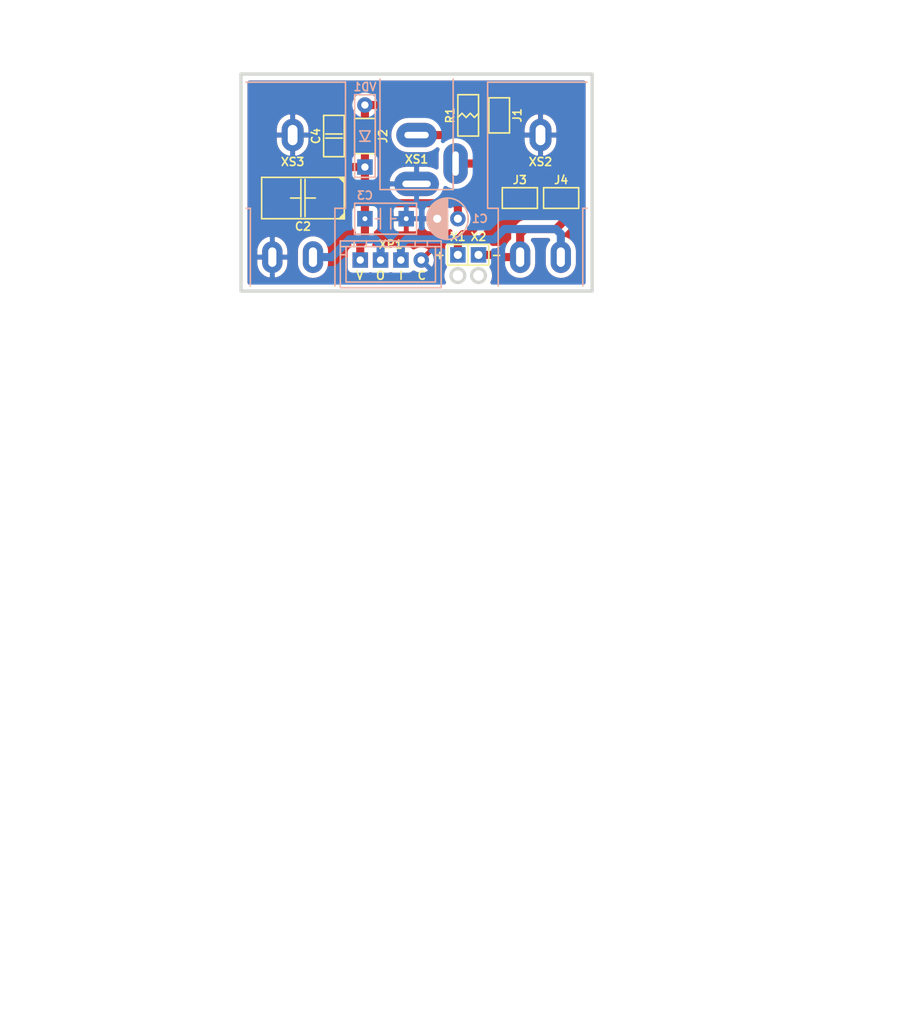
<source format=kicad_pcb>
(kicad_pcb (version 20171130) (host pcbnew 5.1.12-84ad8e8a86~92~ubuntu20.04.1)

  (general
    (thickness 1.6)
    (drawings 18)
    (tracks 57)
    (zones 0)
    (modules 17)
    (nets 9)
  )

  (page A4 portrait)
  (title_block
    (title ТКП-1.27.B-3)
    (date 2023-11-14)
    (rev 1B)
    (company "1590N1 Connector Board [REV1B] C")
    (comment 1 http://github.com/Adept666)
    (comment 2 "Igor Ivanov (Игорь Иванов)")
    (comment 3 -ТТКРЧПДЛ-)
    (comment 4 "This project is licensed under GNU General Public License v3.0 or later")
  )

  (layers
    (0 F.Cu jumper)
    (31 B.Cu signal)
    (36 B.SilkS user)
    (37 F.SilkS user)
    (38 B.Mask user)
    (39 F.Mask user)
    (40 Dwgs.User user)
    (44 Edge.Cuts user)
    (45 Margin user)
    (46 B.CrtYd user)
    (47 F.CrtYd user)
    (48 B.Fab user)
    (49 F.Fab user)
  )

  (setup
    (last_trace_width 1)
    (user_trace_width 0.6)
    (trace_clearance 0)
    (zone_clearance 0.6)
    (zone_45_only no)
    (trace_min 0.2)
    (via_size 1.5)
    (via_drill 0.5)
    (via_min_size 0.4)
    (via_min_drill 0.3)
    (uvia_size 0.3)
    (uvia_drill 0.1)
    (uvias_allowed no)
    (uvia_min_size 0)
    (uvia_min_drill 0)
    (edge_width 0.4)
    (segment_width 0.2)
    (pcb_text_width 0.3)
    (pcb_text_size 1.5 1.5)
    (mod_edge_width 0.15)
    (mod_text_size 1 1)
    (mod_text_width 0.15)
    (pad_size 1.9 1.9)
    (pad_drill 1)
    (pad_to_mask_clearance 0.1)
    (solder_mask_min_width 0.2)
    (aux_axis_origin 0 0)
    (visible_elements 7FFFFFFF)
    (pcbplotparams
      (layerselection 0x20000_7ffffffe)
      (usegerberextensions false)
      (usegerberattributes false)
      (usegerberadvancedattributes false)
      (creategerberjobfile false)
      (excludeedgelayer false)
      (linewidth 0.100000)
      (plotframeref true)
      (viasonmask false)
      (mode 1)
      (useauxorigin false)
      (hpglpennumber 1)
      (hpglpenspeed 20)
      (hpglpendiameter 15.000000)
      (psnegative false)
      (psa4output false)
      (plotreference false)
      (plotvalue true)
      (plotinvisibletext false)
      (padsonsilk true)
      (subtractmaskfromsilk false)
      (outputformat 4)
      (mirror false)
      (drillshape 0)
      (scaleselection 1)
      (outputdirectory ""))
  )

  (net 0 "")
  (net 1 COM)
  (net 2 /PP3-POS)
  (net 3 /PP3-NEG)
  (net 4 V)
  (net 5 /IN-CON)
  (net 6 /OUT-CON)
  (net 7 "Net-(J1-Pad2)")
  (net 8 "Net-(J1-Pad1)")

  (net_class Default "This is the default net class."
    (clearance 0)
    (trace_width 1)
    (via_dia 1.5)
    (via_drill 0.5)
    (uvia_dia 0.3)
    (uvia_drill 0.1)
    (add_net /IN-CON)
    (add_net /OUT-CON)
    (add_net /PP3-NEG)
    (add_net /PP3-POS)
    (add_net COM)
    (add_net "Net-(J1-Pad1)")
    (add_net "Net-(J1-Pad2)")
    (add_net V)
  )

  (module KCL-SM:J-SB-1206-2 (layer F.Cu) (tedit 62E4E210) (tstamp 61A2ACB8)
    (at 99.06 142.875 270)
    (path /61A33AAA)
    (fp_text reference J2 (at 0 -2.2225 90) (layer F.SilkS)
      (effects (font (size 1 1) (thickness 0.2)))
    )
    (fp_text value J2 (at 0 0.9525 90) (layer F.Fab)
      (effects (font (size 1 1) (thickness 0.2)))
    )
    (fp_line (start -2.159 -1.27) (end 2.159 -1.27) (layer F.CrtYd) (width 0.1))
    (fp_line (start 2.159 -1.27) (end 2.159 1.27) (layer F.CrtYd) (width 0.1))
    (fp_line (start -2.159 1.27) (end 2.159 1.27) (layer F.CrtYd) (width 0.1))
    (fp_line (start -2.159 -1.27) (end -2.159 1.27) (layer F.CrtYd) (width 0.1))
    (fp_line (start -2.159 1.27) (end 2.159 1.27) (layer F.SilkS) (width 0.2))
    (fp_line (start -2.159 -1.27) (end 2.159 -1.27) (layer F.SilkS) (width 0.2))
    (fp_line (start 2.159 -1.27) (end 2.159 1.27) (layer F.SilkS) (width 0.2))
    (fp_line (start -2.159 -1.27) (end -2.159 1.27) (layer F.SilkS) (width 0.2))
    (fp_line (start -1.05 0) (end 1.05 0) (layer F.Fab) (width 0.2))
    (pad 1 smd rect (at -0.95 0 270) (size 1.6 1.8) (layers F.Cu F.Mask)
      (net 7 "Net-(J1-Pad2)"))
    (pad 2 smd rect (at 0.95 0 270) (size 1.6 1.8) (layers F.Cu F.Mask)
      (net 4 V))
  )

  (module KCL-SM:J-SB-1206-2 (layer F.Cu) (tedit 62E4E210) (tstamp 61B6AFDF)
    (at 115.57 140.335 90)
    (path /61A32629)
    (fp_text reference J1 (at 0 2.2225 90) (layer F.SilkS)
      (effects (font (size 1 1) (thickness 0.2)))
    )
    (fp_text value J1 (at 0 -0.9525 90) (layer F.Fab)
      (effects (font (size 1 1) (thickness 0.2)))
    )
    (fp_line (start -2.159 -1.27) (end 2.159 -1.27) (layer F.CrtYd) (width 0.1))
    (fp_line (start 2.159 -1.27) (end 2.159 1.27) (layer F.CrtYd) (width 0.1))
    (fp_line (start -2.159 1.27) (end 2.159 1.27) (layer F.CrtYd) (width 0.1))
    (fp_line (start -2.159 -1.27) (end -2.159 1.27) (layer F.CrtYd) (width 0.1))
    (fp_line (start -2.159 1.27) (end 2.159 1.27) (layer F.SilkS) (width 0.2))
    (fp_line (start -2.159 -1.27) (end 2.159 -1.27) (layer F.SilkS) (width 0.2))
    (fp_line (start 2.159 -1.27) (end 2.159 1.27) (layer F.SilkS) (width 0.2))
    (fp_line (start -2.159 -1.27) (end -2.159 1.27) (layer F.SilkS) (width 0.2))
    (fp_line (start -1.05 0) (end 1.05 0) (layer F.Fab) (width 0.2))
    (pad 1 smd rect (at -0.95 0 90) (size 1.6 1.8) (layers F.Cu F.Mask)
      (net 8 "Net-(J1-Pad1)"))
    (pad 2 smd rect (at 0.95 0 90) (size 1.6 1.8) (layers F.Cu F.Mask)
      (net 7 "Net-(J1-Pad2)"))
  )

  (module KCL-SM:J-SB-1206-2 (layer F.Cu) (tedit 62E4E210) (tstamp 61A41975)
    (at 118.11 150.495)
    (path /61BB2CE9)
    (fp_text reference J3 (at 0 -2.2225) (layer F.SilkS)
      (effects (font (size 1 1) (thickness 0.2)))
    )
    (fp_text value J3 (at 0 -0.9525) (layer F.Fab)
      (effects (font (size 1 1) (thickness 0.2)))
    )
    (fp_line (start -2.159 -1.27) (end 2.159 -1.27) (layer F.CrtYd) (width 0.1))
    (fp_line (start 2.159 -1.27) (end 2.159 1.27) (layer F.CrtYd) (width 0.1))
    (fp_line (start -2.159 1.27) (end 2.159 1.27) (layer F.CrtYd) (width 0.1))
    (fp_line (start -2.159 -1.27) (end -2.159 1.27) (layer F.CrtYd) (width 0.1))
    (fp_line (start -2.159 1.27) (end 2.159 1.27) (layer F.SilkS) (width 0.2))
    (fp_line (start -2.159 -1.27) (end 2.159 -1.27) (layer F.SilkS) (width 0.2))
    (fp_line (start 2.159 -1.27) (end 2.159 1.27) (layer F.SilkS) (width 0.2))
    (fp_line (start -2.159 -1.27) (end -2.159 1.27) (layer F.SilkS) (width 0.2))
    (fp_line (start -1.05 0) (end 1.05 0) (layer F.Fab) (width 0.2))
    (pad 1 smd rect (at -0.95 0) (size 1.6 1.8) (layers F.Cu F.Mask)
      (net 2 /PP3-POS))
    (pad 2 smd rect (at 0.95 0) (size 1.6 1.8) (layers F.Cu F.Mask)
      (net 1 COM))
  )

  (module KCL-SM:J-SB-1206-2 (layer F.Cu) (tedit 62E4E210) (tstamp 61A4198C)
    (at 123.19 150.495 180)
    (path /61BCF730)
    (fp_text reference J4 (at 0 2.2225) (layer F.SilkS)
      (effects (font (size 1 1) (thickness 0.2)))
    )
    (fp_text value J4 (at 0 0.9525) (layer F.Fab)
      (effects (font (size 1 1) (thickness 0.2)))
    )
    (fp_line (start -2.159 -1.27) (end 2.159 -1.27) (layer F.CrtYd) (width 0.1))
    (fp_line (start 2.159 -1.27) (end 2.159 1.27) (layer F.CrtYd) (width 0.1))
    (fp_line (start -2.159 1.27) (end 2.159 1.27) (layer F.CrtYd) (width 0.1))
    (fp_line (start -2.159 -1.27) (end -2.159 1.27) (layer F.CrtYd) (width 0.1))
    (fp_line (start -2.159 1.27) (end 2.159 1.27) (layer F.SilkS) (width 0.2))
    (fp_line (start -2.159 -1.27) (end 2.159 -1.27) (layer F.SilkS) (width 0.2))
    (fp_line (start 2.159 -1.27) (end 2.159 1.27) (layer F.SilkS) (width 0.2))
    (fp_line (start -2.159 -1.27) (end -2.159 1.27) (layer F.SilkS) (width 0.2))
    (fp_line (start -1.05 0) (end 1.05 0) (layer F.Fab) (width 0.2))
    (pad 1 smd rect (at -0.95 0 180) (size 1.6 1.8) (layers F.Cu F.Mask)
      (net 3 /PP3-NEG))
    (pad 2 smd rect (at 0.95 0 180) (size 1.6 1.8) (layers F.Cu F.Mask)
      (net 1 COM))
  )

  (module KCL-TH-ML:CON-PAD-S-1.0-1.9 (layer F.Cu) (tedit 62E4F3FE) (tstamp 60E19926)
    (at 113.03 157.48)
    (path /60AB555E)
    (fp_text reference X2 (at 0 -2.2225) (layer F.SilkS)
      (effects (font (size 1 1) (thickness 0.2)))
    )
    (fp_text value X (at 0 2.54) (layer F.Fab)
      (effects (font (size 1 1) (thickness 0.2)))
    )
    (fp_circle (center 0 0) (end 0.5 0) (layer F.CrtYd) (width 0.1))
    (fp_circle (center 0 0) (end 0.5 0) (layer F.Fab) (width 0.2))
    (fp_line (start -1.27 -1.27) (end 1.27 -1.27) (layer F.SilkS) (width 0.2))
    (fp_line (start -1.27 1.27) (end 1.27 1.27) (layer F.SilkS) (width 0.2))
    (fp_line (start -1.27 -1.27) (end -1.27 1.27) (layer F.SilkS) (width 0.2))
    (fp_line (start 1.27 -1.27) (end 1.27 1.27) (layer F.SilkS) (width 0.2))
    (pad 1 thru_hole rect (at 0 0) (size 1.9 1.9) (drill 1) (layers *.Cu *.Mask)
      (net 3 /PP3-NEG))
  )

  (module KCL-TH-ML:CP-RADIAL-D05.0-P02.0-CLS (layer B.Cu) (tedit 616F0A79) (tstamp 61B6BBC0)
    (at 109.22 153.035 180)
    (path /60AB555F)
    (fp_text reference C1 (at -2.8575 0 180) (layer B.SilkS)
      (effects (font (size 1 1) (thickness 0.2)) (justify right mirror))
    )
    (fp_text value X (at 0 0 180) (layer B.Fab)
      (effects (font (size 1 1) (thickness 0.2)) (justify mirror))
    )
    (fp_circle (center 0 0) (end 2.54 0) (layer B.SilkS) (width 0.2))
    (fp_poly (pts (xy 0 2.54) (xy 0.762 2.413) (xy 1.905 1.651) (xy 2.54 0)
      (xy 1.905 -1.651) (xy 0.762 -2.413) (xy 0 -2.54)) (layer B.SilkS) (width 0.2))
    (fp_circle (center 0 0) (end 2.5 0) (layer B.Fab) (width 0.2))
    (fp_circle (center 0 0) (end 2.54 0) (layer B.CrtYd) (width 0.1))
    (pad - thru_hole roundrect (at 1.27 0 180) (size 1.9 1.9) (drill 1) (layers *.Cu *.Mask) (roundrect_rratio 0.3)
      (net 1 COM))
    (pad + thru_hole circle (at -1.27 0 180) (size 1.9 1.9) (drill 1) (layers *.Cu *.Mask)
      (net 4 V))
  )

  (module KCL-TH-ML:CON-PAD-S-1.0-1.9 (layer F.Cu) (tedit 62E4F3F9) (tstamp 6082ECA5)
    (at 110.49 157.48)
    (path /619BF442)
    (fp_text reference X1 (at 0 -2.2225) (layer F.SilkS)
      (effects (font (size 1 1) (thickness 0.2)))
    )
    (fp_text value X (at 0 2.54) (layer F.Fab)
      (effects (font (size 1 1) (thickness 0.2)))
    )
    (fp_circle (center 0 0) (end 0.5 0) (layer F.CrtYd) (width 0.1))
    (fp_circle (center 0 0) (end 0.5 0) (layer F.Fab) (width 0.2))
    (fp_line (start -1.27 -1.27) (end 1.27 -1.27) (layer F.SilkS) (width 0.2))
    (fp_line (start -1.27 1.27) (end 1.27 1.27) (layer F.SilkS) (width 0.2))
    (fp_line (start -1.27 -1.27) (end -1.27 1.27) (layer F.SilkS) (width 0.2))
    (fp_line (start 1.27 -1.27) (end 1.27 1.27) (layer F.SilkS) (width 0.2))
    (pad 1 thru_hole rect (at 0 0) (size 1.9 1.9) (drill 1) (layers *.Cu *.Mask)
      (net 2 /PP3-POS))
  )

  (module KCL-TH-ML:C-DISK-D04.2-T03.0-P05.08-d0.5 (layer B.Cu) (tedit 616F04F4) (tstamp 61CEC475)
    (at 101.6 153.035)
    (path /619BF43D)
    (fp_text reference C3 (at -2.54 -2.8575) (layer B.SilkS)
      (effects (font (size 1 1) (thickness 0.2)) (justify mirror))
    )
    (fp_text value 103 (at 0 0) (layer B.Fab)
      (effects (font (size 1 1) (thickness 0.2)) (justify mirror))
    )
    (fp_line (start 3.81 1.905) (end 3.81 -1.905) (layer B.CrtYd) (width 0.1))
    (fp_line (start -3.81 1.905) (end -3.81 -1.905) (layer B.CrtYd) (width 0.1))
    (fp_line (start -3.81 -1.905) (end 3.81 -1.905) (layer B.CrtYd) (width 0.1))
    (fp_line (start -3.81 1.905) (end 3.81 1.905) (layer B.CrtYd) (width 0.1))
    (fp_line (start 0.635 1.27) (end 0.635 -1.27) (layer B.SilkS) (width 0.2))
    (fp_line (start -0.635 1.27) (end -0.635 -1.27) (layer B.SilkS) (width 0.2))
    (fp_line (start 0.635 0) (end 1.27 0) (layer B.SilkS) (width 0.2))
    (fp_line (start -1.27 0) (end -0.635 0) (layer B.SilkS) (width 0.2))
    (fp_line (start 3.81 1.905) (end 3.81 -1.905) (layer B.SilkS) (width 0.2))
    (fp_line (start -3.81 1.905) (end -3.81 -1.905) (layer B.SilkS) (width 0.2))
    (fp_line (start -3.81 -1.905) (end 3.81 -1.905) (layer B.SilkS) (width 0.2))
    (fp_line (start -3.81 1.905) (end 3.81 1.905) (layer B.SilkS) (width 0.2))
    (fp_line (start -0.6 -1.5) (end 0.6 -1.5) (layer B.Fab) (width 0.2))
    (fp_line (start -0.6 1.5) (end 0.6 1.5) (layer B.Fab) (width 0.2))
    (fp_arc (start 0.6 0) (end 0.6 -1.5) (angle 180) (layer B.Fab) (width 0.2))
    (fp_arc (start -0.6 0) (end -0.6 1.5) (angle 180) (layer B.Fab) (width 0.2))
    (pad 1 thru_hole rect (at -2.54 0) (size 1.9 1.9) (drill 0.6) (layers *.Cu *.Mask)
      (net 4 V))
    (pad 2 thru_hole rect (at 2.54 0) (size 1.9 1.9) (drill 0.6) (layers *.Cu *.Mask)
      (net 1 COM))
  )

  (module KCL-TH-ML:CON-XH-B4B-A (layer B.Cu) (tedit 61A18FD4) (tstamp 61CF3AB2)
    (at 102.235 158.115 180)
    (path /61A88544)
    (fp_text reference XP1 (at 0 1.905) (layer F.SilkS)
      (effects (font (size 1 1) (thickness 0.2)))
    )
    (fp_text value B4B-XH-A (at 0 -0.635) (layer B.Fab)
      (effects (font (size 1 1) (thickness 0.2)) (justify mirror))
    )
    (fp_line (start 5.5 0.65) (end 6.2 0.65) (layer B.Fab) (width 0.2))
    (fp_line (start -4.5 2.35) (end -4.5 1.65) (layer B.Fab) (width 0.2))
    (fp_line (start -6.2 -3.4) (end 6.2 -3.4) (layer B.Fab) (width 0.2))
    (fp_line (start -6.2 2.35) (end 6.2 2.35) (layer B.CrtYd) (width 0.1))
    (fp_line (start -6.2 2.35) (end -6.2 -3.4) (layer B.CrtYd) (width 0.1))
    (fp_line (start -5.5 -2.7) (end 5.5 -2.7) (layer B.Fab) (width 0.2))
    (fp_line (start 3 2.35) (end 3 1.65) (layer B.Fab) (width 0.2))
    (fp_line (start -6.2 0.65) (end -5.5 0.65) (layer B.Fab) (width 0.2))
    (fp_line (start -6.2 1.65) (end 6.2 1.65) (layer B.Fab) (width 0.2))
    (fp_line (start -6.2 -3.4) (end 6.2 -3.4) (layer B.CrtYd) (width 0.1))
    (fp_line (start -5.5 1.65) (end -5.5 -2.7) (layer B.Fab) (width 0.2))
    (fp_line (start 6.2 2.35) (end 6.2 -3.4) (layer B.CrtYd) (width 0.1))
    (fp_line (start -6.2 2.35) (end 6.2 2.35) (layer B.Fab) (width 0.2))
    (fp_line (start 6.2 2.35) (end 6.2 -3.4) (layer B.Fab) (width 0.2))
    (fp_line (start 5.5 1.65) (end 5.5 -2.7) (layer B.Fab) (width 0.2))
    (fp_line (start -6.2 2.35) (end -6.2 -3.4) (layer B.Fab) (width 0.2))
    (fp_line (start -3 2.35) (end -3 1.65) (layer B.Fab) (width 0.2))
    (fp_line (start 4.5 2.35) (end 4.5 1.65) (layer B.Fab) (width 0.2))
    (fp_line (start -6.2 2.35) (end 6.2 2.35) (layer B.SilkS) (width 0.2))
    (fp_line (start -6.2 -3.4) (end 6.2 -3.4) (layer B.SilkS) (width 0.2))
    (fp_line (start 3 2.35) (end 3 1.65) (layer B.SilkS) (width 0.2))
    (fp_line (start -6.2 0.65) (end -5.5 0.65) (layer B.SilkS) (width 0.2))
    (fp_line (start -3 2.35) (end -3 1.65) (layer B.SilkS) (width 0.2))
    (fp_line (start -5.5 -2.7) (end 5.5 -2.7) (layer B.SilkS) (width 0.2))
    (fp_line (start 5.5 1.65) (end 5.5 -2.7) (layer B.SilkS) (width 0.2))
    (fp_line (start 5.5 0.65) (end 6.2 0.65) (layer B.SilkS) (width 0.2))
    (fp_line (start -6.2 2.35) (end -6.2 -3.4) (layer B.SilkS) (width 0.2))
    (fp_line (start -5.5 1.65) (end -5.5 -2.7) (layer B.SilkS) (width 0.2))
    (fp_line (start 6.2 2.35) (end 6.2 -3.4) (layer B.SilkS) (width 0.2))
    (fp_line (start -6.2 1.65) (end 6.2 1.65) (layer B.SilkS) (width 0.2))
    (fp_line (start 4.5 2.35) (end 4.5 1.65) (layer B.SilkS) (width 0.2))
    (fp_line (start -4.5 2.35) (end -4.5 1.65) (layer B.SilkS) (width 0.2))
    (pad 1 thru_hole circle (at -3.75 0 180) (size 1.9 1.9) (drill 0.9) (layers *.Cu *.Mask)
      (net 1 COM))
    (pad 2 thru_hole rect (at -1.25 0 180) (size 1.9 1.9) (drill 0.9) (layers *.Cu *.Mask)
      (net 5 /IN-CON))
    (pad 3 thru_hole rect (at 1.25 0 180) (size 1.9 1.9) (drill 0.9) (layers *.Cu *.Mask)
      (net 6 /OUT-CON))
    (pad 4 thru_hole rect (at 3.75 0 180) (size 1.9 1.9) (drill 0.9) (layers *.Cu *.Mask)
      (net 4 V))
  )

  (module KCL-TH-ML:P-DO-41 (layer B.Cu) (tedit 6110D669) (tstamp 61CEBBA7)
    (at 99.06 142.875 270)
    (path /61DC203D)
    (fp_text reference VD1 (at -6.0325 0) (layer B.SilkS)
      (effects (font (size 1 1) (thickness 0.2)) (justify mirror))
    )
    (fp_text value 5817 (at 0 0 270) (layer B.Fab)
      (effects (font (size 1 1) (thickness 0.2)) (justify mirror))
    )
    (fp_line (start -2.3175 1.1875) (end 2.3175 1.1875) (layer B.Fab) (width 0.2))
    (fp_line (start -2.3175 -1.1875) (end 2.3175 -1.1875) (layer B.Fab) (width 0.2))
    (fp_line (start -2.3175 1.1875) (end -2.3175 -1.1875) (layer B.Fab) (width 0.2))
    (fp_line (start 2.3175 1.1875) (end 2.3175 -1.1875) (layer B.Fab) (width 0.2))
    (fp_line (start -5.08 1.27) (end 5.08 1.27) (layer B.SilkS) (width 0.2))
    (fp_line (start -5.08 -1.27) (end 5.08 -1.27) (layer B.SilkS) (width 0.2))
    (fp_line (start -5.08 1.27) (end -5.08 -1.27) (layer B.SilkS) (width 0.2))
    (fp_line (start 5.08 1.27) (end 5.08 -1.27) (layer B.SilkS) (width 0.2))
    (fp_line (start -5.08 1.27) (end 5.08 1.27) (layer B.CrtYd) (width 0.1))
    (fp_line (start 5.08 1.27) (end 5.08 -1.27) (layer B.CrtYd) (width 0.1))
    (fp_line (start 5.08 -1.27) (end -5.08 -1.27) (layer B.CrtYd) (width 0.1))
    (fp_line (start -5.08 -1.27) (end -5.08 1.27) (layer B.CrtYd) (width 0.1))
    (fp_line (start -0.635 0.635) (end -0.635 -0.635) (layer B.SilkS) (width 0.2))
    (fp_line (start -0.635 0.635) (end 0.635 0) (layer B.SilkS) (width 0.2))
    (fp_line (start -0.635 -0.635) (end 0.635 0) (layer B.SilkS) (width 0.2))
    (fp_line (start 0.635 0.635) (end 0.635 -0.635) (layer B.SilkS) (width 0.2))
    (fp_line (start 1.8175 1.1875) (end 1.8175 -1.1875) (layer B.Fab) (width 0.2))
    (pad C thru_hole rect (at 3.81 0 270) (size 1.9 1.9) (drill 0.9) (layers *.Cu *.Mask)
      (net 4 V))
    (pad A thru_hole circle (at -3.81 0 270) (size 1.9 1.9) (drill 0.9) (layers *.Cu *.Mask)
      (net 7 "Net-(J1-Pad2)"))
  )

  (module SBKCL-TH-ML:CON-DC-005-9V-OVAL (layer B.Cu) (tedit 61CEB1E7) (tstamp 60995C69)
    (at 105.41 135.255)
    (path /619BF43C)
    (fp_text reference XS1 (at 0 10.4775) (layer F.SilkS)
      (effects (font (size 1 1) (thickness 0.2)))
    )
    (fp_text value DC-005 (at 0 6.985) (layer B.Fab)
      (effects (font (size 1 1) (thickness 0.2)) (justify mirror))
    )
    (fp_line (start -4.5 14.2) (end 4.5 14.2) (layer B.Fab) (width 0.2))
    (fp_line (start 4.5 14.2) (end 4.5 0) (layer B.Fab) (width 0.2))
    (fp_line (start -4.5 0) (end 4.5 0) (layer B.Fab) (width 0.2))
    (fp_line (start -4.5 14.2) (end -4.5 0) (layer B.Fab) (width 0.2))
    (fp_line (start -4.5 14.2) (end 5.2 14.2) (layer B.CrtYd) (width 0.1))
    (fp_line (start -4.5 0) (end 5.2 0) (layer B.CrtYd) (width 0.1))
    (fp_line (start -4.5 14.2) (end -4.5 0) (layer B.CrtYd) (width 0.1))
    (fp_line (start 5.2 14.2) (end 5.2 0) (layer B.CrtYd) (width 0.1))
    (fp_line (start -4.5 3.3) (end 4.5 3.3) (layer B.Fab) (width 0.2))
    (fp_line (start -4.5 14.2) (end 4.5 14.2) (layer B.SilkS) (width 0.2))
    (fp_line (start -4.5 14.2) (end -4.5 0.635) (layer B.SilkS) (width 0.2))
    (fp_line (start 4.5 14.2) (end 4.5 0.635) (layer B.SilkS) (width 0.2))
    (pad S thru_hole oval (at 0 7.5) (size 5 3) (drill oval 3 0.8) (layers *.Cu *.Mask)
      (net 8 "Net-(J1-Pad1)"))
    (pad SN thru_hole oval (at 4.8 11) (size 3 5) (drill oval 0.8 3) (layers *.Cu *.Mask)
      (net 2 /PP3-POS))
    (pad C thru_hole oval (at 0 13.5) (size 5.5 3) (drill oval 3.5 0.8) (layers *.Cu *.Mask)
      (net 1 COM))
  )

  (module SBKCL-TH-ML:CON-PJ-651A-01-OUT-OVAL (layer B.Cu) (tedit 62D1B343) (tstamp 61CEBB0F)
    (at 90.17 135.255)
    (path /609B0F02)
    (fp_text reference XS3 (at 0 10.795) (layer F.SilkS)
      (effects (font (size 1 1) (thickness 0.2)))
    )
    (fp_text value PJ-651A-01 (at 0 13.335) (layer B.Fab)
      (effects (font (size 1 1) (thickness 0.2)) (justify mirror))
    )
    (fp_line (start 3.464102 -0.5) (end 3.464102 -2.5) (layer B.Fab) (width 0.2))
    (fp_line (start -6.5 16.5) (end -6.5 1) (layer B.Fab) (width 0.2))
    (fp_line (start -6.5 16.5) (end -5.2 16.5) (layer B.Fab) (width 0.2))
    (fp_line (start 7.5 0) (end 7.5 -0.5) (layer B.Fab) (width 0.2))
    (fp_line (start -7.5 0) (end -7.5 -0.5) (layer B.Fab) (width 0.2))
    (fp_line (start -5.5 1) (end -5.5 0) (layer B.Fab) (width 0.2))
    (fp_line (start -7.5 0) (end 7.5 0) (layer B.Fab) (width 0.2))
    (fp_line (start 5.2 26.5) (end 5.2 16.5) (layer B.Fab) (width 0.2))
    (fp_line (start 5.5 1) (end 5.5 0) (layer B.Fab) (width 0.2))
    (fp_line (start 4.5 -2.5) (end 4.5 -9) (layer B.Fab) (width 0.2))
    (fp_line (start -6.928203 -2.5) (end 6.928203 -2.5) (layer B.Fab) (width 0.2))
    (fp_line (start 5.2 16.5) (end 6.5 16.5) (layer B.Fab) (width 0.2))
    (fp_line (start -4.5 -9) (end 4.5 -9) (layer B.Fab) (width 0.2))
    (fp_line (start -6.5 1) (end 6.5 1) (layer B.Fab) (width 0.2))
    (fp_line (start 6.5 16.5) (end 6.5 1) (layer B.Fab) (width 0.2))
    (fp_line (start -3.464102 -0.5) (end -3.464102 -2.5) (layer B.Fab) (width 0.2))
    (fp_line (start -4.5 -2.5) (end -4.5 -9) (layer B.Fab) (width 0.2))
    (fp_line (start 6.928203 -0.5) (end 6.928203 -2.5) (layer B.Fab) (width 0.2))
    (fp_line (start -7.5 -0.5) (end 7.5 -0.5) (layer B.Fab) (width 0.2))
    (fp_line (start -5.2 26.5) (end -5.2 16.5) (layer B.Fab) (width 0.2))
    (fp_line (start -5.2 26.5) (end 5.2 26.5) (layer B.Fab) (width 0.2))
    (fp_line (start -6.928203 -0.5) (end -6.928203 -2.5) (layer B.Fab) (width 0.2))
    (fp_line (start 5.2 26.035) (end 5.2 16.5) (layer B.SilkS) (width 0.2))
    (fp_line (start -5.2 26.035) (end -5.2 16.5) (layer B.SilkS) (width 0.2))
    (fp_line (start -5.715 1) (end 6.5 1) (layer B.SilkS) (width 0.2))
    (fp_line (start -5.715 16.5) (end -5.2 16.5) (layer B.SilkS) (width 0.2))
    (fp_line (start 5.2 16.5) (end 6.5 16.5) (layer B.SilkS) (width 0.2))
    (fp_line (start 6.5 16.5) (end 6.5 1) (layer B.SilkS) (width 0.2))
    (fp_line (start 5.5 1) (end 5.5 0) (layer B.CrtYd) (width 0.1))
    (fp_line (start 5.5 0) (end 7.5 0) (layer B.CrtYd) (width 0.1))
    (fp_line (start -7.5 0) (end -5.5 0) (layer B.CrtYd) (width 0.1))
    (fp_line (start -6.5 16.5) (end -5.2 16.5) (layer B.CrtYd) (width 0.1))
    (fp_line (start -5.2 26.5) (end 5.2 26.5) (layer B.CrtYd) (width 0.1))
    (fp_line (start -5.5 1) (end -5.5 0) (layer B.CrtYd) (width 0.1))
    (fp_line (start 7.5 0) (end 7.5 -9) (layer B.CrtYd) (width 0.1))
    (fp_line (start -6.5 16.5) (end -6.5 1) (layer B.CrtYd) (width 0.1))
    (fp_line (start -6.5 1) (end -5.5 1) (layer B.CrtYd) (width 0.1))
    (fp_line (start 5.2 26.5) (end 5.2 16.5) (layer B.CrtYd) (width 0.1))
    (fp_line (start -5.2 26.5) (end -5.2 16.5) (layer B.CrtYd) (width 0.1))
    (fp_line (start -7.5 -9) (end 7.5 -9) (layer B.CrtYd) (width 0.1))
    (fp_line (start 6.5 16.5) (end 6.5 1) (layer B.CrtYd) (width 0.1))
    (fp_line (start 5.5 1) (end 6.5 1) (layer B.CrtYd) (width 0.1))
    (fp_line (start -7.5 0) (end -7.5 -9) (layer B.CrtYd) (width 0.1))
    (fp_line (start 5.2 16.5) (end 6.5 16.5) (layer B.CrtYd) (width 0.1))
    (pad S thru_hole oval (at 0 7.5) (size 2.7 4) (drill oval 1.2 2.5) (layers *.Cu *.Mask)
      (net 1 COM))
    (pad T thru_hole oval (at 2.5 22.5) (size 2.5 3.9) (drill oval 1 2.4) (layers *.Cu *.Mask)
      (net 6 /OUT-CON))
    (pad R thru_hole oval (at -2.5 22.5) (size 2.5 3.9) (drill oval 1 2.4) (layers *.Cu *.Mask)
      (net 1 COM))
  )

  (module SBKCL-TH-ML:CON-PJ-651A-01-IN-OVAL (layer B.Cu) (tedit 62D1B31A) (tstamp 616C9C63)
    (at 120.65 135.255)
    (path /617128AA)
    (fp_text reference XS2 (at 0 10.795) (layer F.SilkS)
      (effects (font (size 1 1) (thickness 0.2)))
    )
    (fp_text value PJ-651A-01 (at 0 13.335) (layer B.Fab)
      (effects (font (size 1 1) (thickness 0.2)) (justify mirror))
    )
    (fp_line (start 3.464102 -0.5) (end 3.464102 -2.5) (layer B.Fab) (width 0.2))
    (fp_line (start -6.5 16.5) (end -6.5 1) (layer B.Fab) (width 0.2))
    (fp_line (start -6.5 16.5) (end -5.2 16.5) (layer B.Fab) (width 0.2))
    (fp_line (start 7.5 0) (end 7.5 -0.5) (layer B.Fab) (width 0.2))
    (fp_line (start -7.5 0) (end -7.5 -0.5) (layer B.Fab) (width 0.2))
    (fp_line (start -5.5 1) (end -5.5 0) (layer B.Fab) (width 0.2))
    (fp_line (start -7.5 0) (end 7.5 0) (layer B.Fab) (width 0.2))
    (fp_line (start 5.2 26.5) (end 5.2 16.5) (layer B.Fab) (width 0.2))
    (fp_line (start 5.5 1) (end 5.5 0) (layer B.Fab) (width 0.2))
    (fp_line (start 4.5 -2.5) (end 4.5 -9) (layer B.Fab) (width 0.2))
    (fp_line (start -6.928203 -2.5) (end 6.928203 -2.5) (layer B.Fab) (width 0.2))
    (fp_line (start 5.2 16.5) (end 6.5 16.5) (layer B.Fab) (width 0.2))
    (fp_line (start -4.5 -9) (end 4.5 -9) (layer B.Fab) (width 0.2))
    (fp_line (start -6.5 1) (end 6.5 1) (layer B.Fab) (width 0.2))
    (fp_line (start 6.5 16.5) (end 6.5 1) (layer B.Fab) (width 0.2))
    (fp_line (start -3.464102 -0.5) (end -3.464102 -2.5) (layer B.Fab) (width 0.2))
    (fp_line (start -4.5 -2.5) (end -4.5 -9) (layer B.Fab) (width 0.2))
    (fp_line (start 6.928203 -0.5) (end 6.928203 -2.5) (layer B.Fab) (width 0.2))
    (fp_line (start -7.5 -0.5) (end 7.5 -0.5) (layer B.Fab) (width 0.2))
    (fp_line (start -5.2 26.5) (end -5.2 16.5) (layer B.Fab) (width 0.2))
    (fp_line (start -5.2 26.5) (end 5.2 26.5) (layer B.Fab) (width 0.2))
    (fp_line (start -6.928203 -0.5) (end -6.928203 -2.5) (layer B.Fab) (width 0.2))
    (fp_line (start 5.2 26.035) (end 5.2 16.5) (layer B.SilkS) (width 0.2))
    (fp_line (start -5.2 26.035) (end -5.2 16.5) (layer B.SilkS) (width 0.2))
    (fp_line (start -6.5 1) (end 5.715 1) (layer B.SilkS) (width 0.2))
    (fp_line (start -6.5 16.5) (end -5.2 16.5) (layer B.SilkS) (width 0.2))
    (fp_line (start 5.2 16.5) (end 5.715 16.5) (layer B.SilkS) (width 0.2))
    (fp_line (start -6.5 16.5) (end -6.5 1) (layer B.SilkS) (width 0.2))
    (fp_line (start 5.5 1) (end 5.5 0) (layer B.CrtYd) (width 0.1))
    (fp_line (start 5.5 0) (end 7.5 0) (layer B.CrtYd) (width 0.1))
    (fp_line (start -7.5 0) (end -5.5 0) (layer B.CrtYd) (width 0.1))
    (fp_line (start -6.5 16.5) (end -5.2 16.5) (layer B.CrtYd) (width 0.1))
    (fp_line (start -5.2 26.5) (end 5.2 26.5) (layer B.CrtYd) (width 0.1))
    (fp_line (start -5.5 1) (end -5.5 0) (layer B.CrtYd) (width 0.1))
    (fp_line (start 7.5 0) (end 7.5 -9) (layer B.CrtYd) (width 0.1))
    (fp_line (start -6.5 16.5) (end -6.5 1) (layer B.CrtYd) (width 0.1))
    (fp_line (start -6.5 1) (end -5.5 1) (layer B.CrtYd) (width 0.1))
    (fp_line (start 5.2 26.5) (end 5.2 16.5) (layer B.CrtYd) (width 0.1))
    (fp_line (start -5.2 26.5) (end -5.2 16.5) (layer B.CrtYd) (width 0.1))
    (fp_line (start -7.5 -9) (end 7.5 -9) (layer B.CrtYd) (width 0.1))
    (fp_line (start 6.5 16.5) (end 6.5 1) (layer B.CrtYd) (width 0.1))
    (fp_line (start 5.5 1) (end 6.5 1) (layer B.CrtYd) (width 0.1))
    (fp_line (start -7.5 0) (end -7.5 -9) (layer B.CrtYd) (width 0.1))
    (fp_line (start 5.2 16.5) (end 6.5 16.5) (layer B.CrtYd) (width 0.1))
    (pad R thru_hole oval (at -2.5 22.5) (size 2.5 3.9) (drill oval 1 2.4) (layers *.Cu *.Mask)
      (net 3 /PP3-NEG))
    (pad T thru_hole oval (at 2.5 22.5) (size 2.5 3.9) (drill oval 1 2.4) (layers *.Cu *.Mask)
      (net 5 /IN-CON))
    (pad S thru_hole oval (at 0 7.5) (size 2.7 4) (drill oval 1.2 2.5) (layers *.Cu *.Mask)
      (net 1 COM))
  )

  (module KCL-SM:C-SM-1206 (layer F.Cu) (tedit 5FF35261) (tstamp 61B6D636)
    (at 95.25 142.875 90)
    (path /61BC19F4)
    (fp_text reference C4 (at 0 -2.2225 90) (layer F.SilkS)
      (effects (font (size 1 1) (thickness 0.2)))
    )
    (fp_text value 103 (at 0 0 90) (layer F.Fab)
      (effects (font (size 1 1) (thickness 0.2)))
    )
    (fp_line (start -1.6 -0.8) (end -1.6 0.8) (layer F.Fab) (width 0.2))
    (fp_line (start -1.6 0.8) (end 1.6 0.8) (layer F.Fab) (width 0.2))
    (fp_line (start 1.6 -0.8) (end 1.6 0.8) (layer F.Fab) (width 0.2))
    (fp_line (start -1.6 -0.8) (end 1.6 -0.8) (layer F.Fab) (width 0.2))
    (fp_line (start -2.54 -1.27) (end -2.54 1.27) (layer F.SilkS) (width 0.2))
    (fp_line (start 2.54 -1.27) (end 2.54 1.27) (layer F.SilkS) (width 0.2))
    (fp_line (start -0.254 -1.016) (end -0.254 1.016) (layer F.SilkS) (width 0.2))
    (fp_line (start 0.254 -1.016) (end 0.254 1.016) (layer F.SilkS) (width 0.2))
    (fp_line (start -2.54 -1.27) (end 2.54 -1.27) (layer F.SilkS) (width 0.2))
    (fp_line (start -2.54 1.27) (end 2.54 1.27) (layer F.SilkS) (width 0.2))
    (fp_line (start -2.54 1.27) (end -2.54 -1.27) (layer F.CrtYd) (width 0.1))
    (fp_line (start 2.54 1.27) (end -2.54 1.27) (layer F.CrtYd) (width 0.1))
    (fp_line (start 2.54 -1.27) (end 2.54 1.27) (layer F.CrtYd) (width 0.1))
    (fp_line (start -2.54 -1.27) (end 2.54 -1.27) (layer F.CrtYd) (width 0.1))
    (pad 2 smd rect (at 1.4 0 90) (size 1.6 1.8) (layers F.Cu F.Mask)
      (net 1 COM))
    (pad 1 smd rect (at -1.4 0 90) (size 1.6 1.8) (layers F.Cu F.Mask)
      (net 4 V))
  )

  (module KCL-SM:R-SM-1206 (layer F.Cu) (tedit 610FE4F7) (tstamp 61CEC771)
    (at 111.76 140.335 90)
    (path /61A3ECF5)
    (fp_text reference R1 (at 0 -2.2225 90) (layer F.SilkS)
      (effects (font (size 1 1) (thickness 0.2)))
    )
    (fp_text value X (at 0 0 90) (layer F.Fab)
      (effects (font (size 1 1) (thickness 0.2)))
    )
    (fp_line (start -2.54 -1.27) (end 2.54 -1.27) (layer F.CrtYd) (width 0.1))
    (fp_line (start 2.54 -1.27) (end 2.54 1.27) (layer F.CrtYd) (width 0.1))
    (fp_line (start -2.54 1.27) (end 2.54 1.27) (layer F.CrtYd) (width 0.1))
    (fp_line (start -2.54 -1.27) (end -2.54 1.27) (layer F.CrtYd) (width 0.1))
    (fp_line (start -0.254 -0.254) (end 0.254 -0.762) (layer F.SilkS) (width 0.2))
    (fp_line (start 0.254 -0.762) (end -0.254 -1.27) (layer F.SilkS) (width 0.2))
    (fp_line (start -0.254 -0.254) (end 0.254 0.254) (layer F.SilkS) (width 0.2))
    (fp_line (start 0.254 0.254) (end -0.254 0.762) (layer F.SilkS) (width 0.2))
    (fp_line (start -0.254 0.762) (end 0.254 1.27) (layer F.SilkS) (width 0.2))
    (fp_line (start -2.54 1.27) (end 2.54 1.27) (layer F.SilkS) (width 0.2))
    (fp_line (start -2.54 -1.27) (end 2.54 -1.27) (layer F.SilkS) (width 0.2))
    (fp_line (start 2.54 -1.27) (end 2.54 1.27) (layer F.SilkS) (width 0.2))
    (fp_line (start -2.54 -1.27) (end -2.54 1.27) (layer F.SilkS) (width 0.2))
    (fp_line (start -1.6 -0.8) (end 1.6 -0.8) (layer F.Fab) (width 0.2))
    (fp_line (start 1.6 -0.8) (end 1.6 0.8) (layer F.Fab) (width 0.2))
    (fp_line (start -1.6 0.8) (end 1.6 0.8) (layer F.Fab) (width 0.2))
    (fp_line (start -1.6 -0.8) (end -1.6 0.8) (layer F.Fab) (width 0.2))
    (pad 1 smd rect (at -1.4 0 90) (size 1.6 1.8) (layers F.Cu F.Mask)
      (net 8 "Net-(J1-Pad1)"))
    (pad 2 smd rect (at 1.4 0 90) (size 1.6 1.8) (layers F.Cu F.Mask)
      (net 7 "Net-(J1-Pad2)"))
  )

  (module KCL-VIRTUAL:B-PP3-HV (layer F.Cu) (tedit 5E590763) (tstamp 61D000C8)
    (at 105.41 172.72)
    (path /619BF44A)
    (fp_text reference GB1 (at 0 0) (layer F.SilkS) hide
      (effects (font (size 1 1) (thickness 0.2)))
    )
    (fp_text value X (at 0 1.27) (layer F.Fab) hide
      (effects (font (size 1 1) (thickness 0.2)))
    )
    (fp_line (start 24.25 -8.75) (end 24.25 8.75) (layer Dwgs.User) (width 0.2))
    (fp_line (start -24.25 -8.75) (end -24.25 8.75) (layer Dwgs.User) (width 0.2))
    (fp_line (start -24.25 8.75) (end 24.25 8.75) (layer Dwgs.User) (width 0.2))
    (fp_line (start -24.25 -8.75) (end 24.25 -8.75) (layer Dwgs.User) (width 0.2))
  )

  (module KCL-SM:CP-CTSMD-D (layer F.Cu) (tedit 62D40D4D) (tstamp 62E47151)
    (at 91.44 150.495 180)
    (path /62ED809D)
    (fp_text reference C2 (at 0 -3.4925 180) (layer F.SilkS)
      (effects (font (size 1 1) (thickness 0.2)))
    )
    (fp_text value X (at 0 0 180) (layer F.Fab)
      (effects (font (size 1 1) (thickness 0.2)))
    )
    (fp_line (start -5.08 2.54) (end 5.08 2.54) (layer F.SilkS) (width 0.2))
    (fp_line (start -5.08 -2.54) (end 5.08 -2.54) (layer F.SilkS) (width 0.2))
    (fp_line (start 5.08 -2.54) (end 5.08 2.54) (layer F.SilkS) (width 0.2))
    (fp_line (start 0.254 -2.286) (end 0.254 2.286) (layer F.SilkS) (width 0.2))
    (fp_line (start -0.254 -2.286) (end -0.254 2.286) (layer F.SilkS) (width 0.2))
    (fp_line (start -5.08 -2.54) (end -5.08 2.54) (layer F.SilkS) (width 0.2))
    (fp_line (start -3.25 -2.15) (end -3.25 2.15) (layer F.Fab) (width 0.2))
    (fp_line (start 3.65 -2.15) (end 3.65 2.15) (layer F.Fab) (width 0.2))
    (fp_line (start -3.65 -2.15) (end -3.65 2.15) (layer F.Fab) (width 0.2))
    (fp_line (start -3.65 2.15) (end 3.65 2.15) (layer F.Fab) (width 0.2))
    (fp_line (start -3.65 -2.15) (end 3.65 -2.15) (layer F.Fab) (width 0.2))
    (fp_line (start 5.08 -2.54) (end 5.08 2.54) (layer F.CrtYd) (width 0.1))
    (fp_line (start -5.08 -2.54) (end -5.08 2.54) (layer F.CrtYd) (width 0.1))
    (fp_line (start -5.08 2.54) (end 5.08 2.54) (layer F.CrtYd) (width 0.1))
    (fp_line (start -5.08 -2.54) (end 5.08 -2.54) (layer F.CrtYd) (width 0.1))
    (fp_poly (pts (xy -4.445 2.54) (xy -5.08 2.54) (xy -5.08 1.905)) (layer F.SilkS) (width 0.2))
    (fp_poly (pts (xy -5.08 -1.905) (xy -5.08 -2.54) (xy -4.445 -2.54)) (layer F.SilkS) (width 0.2))
    (fp_line (start -1.524 0) (end -0.254 0) (layer F.SilkS) (width 0.2))
    (fp_line (start 0.254 0) (end 1.524 0) (layer F.SilkS) (width 0.2))
    (pad + smd rect (at -3.2 0 180) (size 2.6 2.4) (layers F.Cu F.Mask)
      (net 4 V))
    (pad - smd rect (at 3.2 0 180) (size 2.6 2.4) (layers F.Cu F.Mask)
      (net 1 COM))
  )

  (gr_text "1. Установить либо C3, либо C4." (at 119.83 246.38) (layer B.Fab) (tstamp 6553310A)
    (effects (font (size 2.54 2.54) (thickness 0.2)) (justify left mirror))
  )
  (gr_text "2. C1 не устанавливать." (at 119.83 250.19) (layer B.Fab) (tstamp 654D2B01)
    (effects (font (size 2.54 2.54) (thickness 0.2)) (justify left mirror))
  )
  (gr_text "1. R1, C2, X1 и X2 не устанавливать." (at 90.17 238.76) (layer F.Fab) (tstamp 654D2165)
    (effects (font (size 2.54 2.54) (thickness 0.2)) (justify left))
  )
  (gr_text "2. Установить либо C3, либо C4." (at 90.17 242.57) (layer F.Fab) (tstamp 654D1E2A)
    (effects (font (size 2.54 2.54) (thickness 0.2)) (justify left))
  )
  (gr_text "3. J2 оставить разомкнутой." (at 90.17 246.38) (layer F.Fab) (tstamp 654D1DFA)
    (effects (font (size 2.54 2.54) (thickness 0.2)) (justify left))
  )
  (gr_text "4. J1, J3 и J4 замкнуть." (at 90.17 250.19) (layer F.Fab)
    (effects (font (size 2.54 2.54) (thickness 0.2)) (justify left))
  )
  (gr_text C (at 106.045 160.02) (layer F.SilkS) (tstamp 61DAA3FD)
    (effects (font (size 1 1) (thickness 0.2)))
  )
  (gr_text I (at 103.505 160.02) (layer F.SilkS) (tstamp 61DAA3FD)
    (effects (font (size 1 1) (thickness 0.2)))
  )
  (gr_text O (at 100.965 160.02) (layer F.SilkS) (tstamp 61DAA3FD)
    (effects (font (size 1 1) (thickness 0.2)))
  )
  (gr_text V (at 98.425 160.02) (layer F.SilkS)
    (effects (font (size 1 1) (thickness 0.2)))
  )
  (gr_text - (at 115.2525 157.48) (layer F.SilkS) (tstamp 61CFF1CA)
    (effects (font (size 1 1) (thickness 0.2)))
  )
  (gr_text + (at 108.2675 157.48) (layer F.SilkS) (tstamp 61CFF21B)
    (effects (font (size 1 1) (thickness 0.2)))
  )
  (gr_line (start 83.82 135.255) (end 83.82 161.925) (layer Edge.Cuts) (width 0.4) (tstamp 619068B3))
  (gr_line (start 127 135.255) (end 127 161.925) (layer Edge.Cuts) (width 0.4) (tstamp 619068B2))
  (gr_line (start 83.82 161.925) (end 127 161.925) (layer Edge.Cuts) (width 0.4) (tstamp 619068A0))
  (gr_circle (center 113.03 160.02) (end 113.88 160.02) (layer Edge.Cuts) (width 0.4) (tstamp 61A2AD88))
  (gr_circle (center 110.49 160.02) (end 111.34 160.02) (layer Edge.Cuts) (width 0.4) (tstamp 6082ECCC))
  (gr_line (start 83.82 135.255) (end 127 135.255) (layer Edge.Cuts) (width 0.4))

  (segment (start 113.03 146.685) (end 113.03 150.495) (width 1) (layer F.Cu) (net 2))
  (segment (start 112.6 146.255) (end 113.03 146.685) (width 1) (layer F.Cu) (net 2))
  (segment (start 110.21 146.255) (end 112.6 146.255) (width 1) (layer F.Cu) (net 2))
  (segment (start 117.06 150.495) (end 113.03 150.495) (width 1) (layer F.Cu) (net 2))
  (segment (start 110.49 155.575) (end 110.49 157.48) (width 1) (layer F.Cu) (net 2))
  (segment (start 111.125 154.94) (end 110.49 155.575) (width 1) (layer F.Cu) (net 2))
  (segment (start 111.76 154.94) (end 111.125 154.94) (width 1) (layer F.Cu) (net 2))
  (segment (start 113.03 153.67) (end 111.76 154.94) (width 1) (layer F.Cu) (net 2))
  (segment (start 113.03 150.495) (end 113.03 153.67) (width 1) (layer F.Cu) (net 2))
  (segment (start 118.15 157.755) (end 115.845 157.755) (width 1) (layer F.Cu) (net 3))
  (segment (start 115.57 157.48) (end 115.845 157.755) (width 1) (layer F.Cu) (net 3))
  (segment (start 113.03 157.48) (end 115.57 157.48) (width 1) (layer F.Cu) (net 3))
  (segment (start 124.24 152.62) (end 124.24 150.495) (width 1) (layer F.Cu) (net 3))
  (segment (start 122.555 154.305) (end 124.24 152.62) (width 1) (layer F.Cu) (net 3))
  (segment (start 118.745 154.305) (end 122.555 154.305) (width 1) (layer F.Cu) (net 3))
  (segment (start 118.15 154.9) (end 118.745 154.305) (width 1) (layer F.Cu) (net 3))
  (segment (start 118.15 157.755) (end 118.15 154.9) (width 1) (layer F.Cu) (net 3))
  (segment (start 99.06 143.925) (end 99.06 146.685) (width 1) (layer F.Cu) (net 4))
  (segment (start 99.06 153.035) (end 99.06 155.575) (width 1) (layer F.Cu) (net 4))
  (segment (start 98.485 156.15) (end 99.06 155.575) (width 1) (layer F.Cu) (net 4))
  (segment (start 98.485 158.115) (end 98.485 156.15) (width 1) (layer F.Cu) (net 4))
  (segment (start 94.64 150.495) (end 99.06 150.495) (width 1) (layer F.Cu) (net 4))
  (segment (start 99.06 150.495) (end 99.06 153.035) (width 1) (layer F.Cu) (net 4))
  (segment (start 99.06 146.685) (end 99.06 150.495) (width 1) (layer F.Cu) (net 4))
  (segment (start 110.49 151.4475) (end 110.49 153.035) (width 1) (layer F.Cu) (net 4))
  (segment (start 110.1725 151.13) (end 110.49 151.4475) (width 1) (layer F.Cu) (net 4))
  (segment (start 102.87 151.13) (end 110.1725 151.13) (width 1) (layer F.Cu) (net 4) (tstamp 61CEB8D7))
  (segment (start 102.235 150.495) (end 102.87 151.13) (width 1) (layer F.Cu) (net 4))
  (segment (start 99.06 150.495) (end 102.235 150.495) (width 1) (layer F.Cu) (net 4))
  (segment (start 95.25 144.275) (end 95.25 146.05) (width 1) (layer F.Cu) (net 4))
  (segment (start 95.25 146.05) (end 95.885 146.685) (width 1) (layer F.Cu) (net 4))
  (segment (start 99.06 146.685) (end 95.885 146.685) (width 1) (layer F.Cu) (net 4))
  (segment (start 122.555 154.305) (end 123.15 154.9) (width 1) (layer B.Cu) (net 5))
  (segment (start 123.15 154.9) (end 123.15 157.755) (width 1) (layer B.Cu) (net 5))
  (segment (start 116.205 154.305) (end 122.555 154.305) (width 1) (layer B.Cu) (net 5))
  (segment (start 114.935 155.575) (end 116.205 154.305) (width 1) (layer B.Cu) (net 5))
  (segment (start 103.485 156.23) (end 104.14 155.575) (width 1) (layer B.Cu) (net 5))
  (segment (start 104.14 155.575) (end 114.935 155.575) (width 1) (layer B.Cu) (net 5))
  (segment (start 103.485 158.115) (end 103.485 156.23) (width 1) (layer B.Cu) (net 5))
  (segment (start 100.33 155.575) (end 100.985 156.23) (width 1) (layer B.Cu) (net 6))
  (segment (start 97.155 155.575) (end 100.33 155.575) (width 1) (layer B.Cu) (net 6))
  (segment (start 100.985 156.23) (end 100.985 158.115) (width 1) (layer B.Cu) (net 6))
  (segment (start 94.975 157.755) (end 97.155 155.575) (width 1) (layer B.Cu) (net 6))
  (segment (start 92.67 157.755) (end 94.975 157.755) (width 1) (layer B.Cu) (net 6))
  (segment (start 99.06 141.825) (end 99.06 139.065) (width 1) (layer F.Cu) (net 7))
  (segment (start 109.22 139.065) (end 99.06 139.065) (width 1) (layer F.Cu) (net 7))
  (segment (start 115.57 139.285) (end 113.885 139.285) (width 1) (layer F.Cu) (net 7))
  (segment (start 113.535 138.935) (end 113.885 139.285) (width 1) (layer F.Cu) (net 7))
  (segment (start 111.76 138.935) (end 113.535 138.935) (width 1) (layer F.Cu) (net 7))
  (segment (start 109.35 138.935) (end 109.22 139.065) (width 1) (layer F.Cu) (net 7))
  (segment (start 111.76 138.935) (end 109.35 138.935) (width 1) (layer F.Cu) (net 7))
  (segment (start 105.41 142.755) (end 108.705 142.755) (width 1) (layer F.Cu) (net 8))
  (segment (start 115.57 141.385) (end 113.885 141.385) (width 1) (layer F.Cu) (net 8))
  (segment (start 113.535 141.735) (end 113.885 141.385) (width 1) (layer F.Cu) (net 8))
  (segment (start 111.76 141.735) (end 113.535 141.735) (width 1) (layer F.Cu) (net 8))
  (segment (start 109.725 141.735) (end 108.705 142.755) (width 1) (layer F.Cu) (net 8))
  (segment (start 111.76 141.735) (end 109.725 141.735) (width 1) (layer F.Cu) (net 8))

  (zone (net 1) (net_name COM) (layer B.Cu) (tstamp 61B6DEBC) (hatch edge 0.508)
    (connect_pads (clearance 0.6))
    (min_thickness 0.5)
    (fill yes (arc_segments 32) (thermal_gap 0.6) (thermal_bridge_width 0.6))
    (polygon
      (pts
        (xy 82.55 133.985) (xy 128.27 133.985) (xy 128.27 163.195) (xy 82.55 163.195)
      )
    )
    (filled_polygon
      (pts
        (xy 125.950001 160.875) (xy 114.744034 160.875) (xy 114.867325 160.577347) (xy 114.940755 160.208193) (xy 114.940755 159.831807)
        (xy 114.867325 159.462653) (xy 114.723289 159.114918) (xy 114.630933 158.976697) (xy 114.690168 158.904519) (xy 114.769097 158.756855)
        (xy 114.8177 158.596629) (xy 114.834112 158.43) (xy 114.834112 156.925) (xy 114.868681 156.925) (xy 114.935 156.931532)
        (xy 115.001319 156.925) (xy 115.001321 156.925) (xy 115.199646 156.905467) (xy 115.454122 156.828272) (xy 115.688649 156.702915)
        (xy 115.894213 156.534213) (xy 115.936491 156.482697) (xy 116.233482 156.185706) (xy 116.200465 156.247477) (xy 116.080385 156.643329)
        (xy 116.05 156.951834) (xy 116.05 158.558167) (xy 116.080385 158.866672) (xy 116.200466 159.262524) (xy 116.395466 159.627343)
        (xy 116.657892 159.947109) (xy 116.977658 160.209535) (xy 117.342477 160.404535) (xy 117.738329 160.524615) (xy 118.15 160.565161)
        (xy 118.561672 160.524615) (xy 118.957524 160.404535) (xy 119.322343 160.209535) (xy 119.642109 159.947109) (xy 119.904535 159.627343)
        (xy 120.099535 159.262524) (xy 120.219615 158.866671) (xy 120.25 158.558166) (xy 120.25 156.951833) (xy 120.219615 156.643328)
        (xy 120.099535 156.247476) (xy 119.904535 155.882657) (xy 119.717701 155.655) (xy 121.582299 155.655) (xy 121.395465 155.882657)
        (xy 121.200465 156.247477) (xy 121.080385 156.643329) (xy 121.05 156.951834) (xy 121.05 158.558167) (xy 121.080385 158.866672)
        (xy 121.200466 159.262524) (xy 121.395466 159.627343) (xy 121.657892 159.947109) (xy 121.977658 160.209535) (xy 122.342477 160.404535)
        (xy 122.738329 160.524615) (xy 123.15 160.565161) (xy 123.561672 160.524615) (xy 123.957524 160.404535) (xy 124.322343 160.209535)
        (xy 124.642109 159.947109) (xy 124.904535 159.627343) (xy 125.099535 159.262524) (xy 125.219615 158.866671) (xy 125.25 158.558166)
        (xy 125.25 156.951833) (xy 125.219615 156.643328) (xy 125.099535 156.247476) (xy 124.904535 155.882657) (xy 124.642109 155.562891)
        (xy 124.5 155.446265) (xy 124.5 154.96631) (xy 124.506531 154.899999) (xy 124.5 154.833688) (xy 124.5 154.833679)
        (xy 124.480467 154.635354) (xy 124.403272 154.380878) (xy 124.277915 154.146351) (xy 124.109212 153.940787) (xy 124.057701 153.898513)
        (xy 123.556491 153.397303) (xy 123.514213 153.345787) (xy 123.308649 153.177085) (xy 123.074122 153.051728) (xy 122.819646 152.974533)
        (xy 122.621321 152.955) (xy 122.621319 152.955) (xy 122.555 152.948468) (xy 122.488681 152.955) (xy 116.27131 152.955)
        (xy 116.204999 152.948469) (xy 116.138688 152.955) (xy 116.138679 152.955) (xy 115.940354 152.974533) (xy 115.685878 153.051728)
        (xy 115.576707 153.110081) (xy 115.45135 153.177085) (xy 115.297301 153.30351) (xy 115.297298 153.303513) (xy 115.245787 153.345787)
        (xy 115.203513 153.397298) (xy 114.375812 154.225) (xy 111.845584 154.225) (xy 111.888151 154.182433) (xy 112.085139 153.88762)
        (xy 112.220827 153.560041) (xy 112.29 153.212284) (xy 112.29 152.857716) (xy 112.220827 152.509959) (xy 112.085139 152.18238)
        (xy 111.888151 151.887567) (xy 111.637433 151.636849) (xy 111.34262 151.439861) (xy 111.015041 151.304173) (xy 110.667284 151.235)
        (xy 110.312716 151.235) (xy 109.964959 151.304173) (xy 109.63738 151.439861) (xy 109.529372 151.512029) (xy 109.503949 151.481051)
        (xy 109.37452 151.374831) (xy 109.226855 151.295902) (xy 109.066629 151.247299) (xy 108.9 151.230887) (xy 108.2125 151.235)
        (xy 108 151.4475) (xy 108 152.985) (xy 108.02 152.985) (xy 108.02 153.085) (xy 108 153.085)
        (xy 108 153.105) (xy 107.9 153.105) (xy 107.9 153.085) (xy 106.3625 153.085) (xy 106.15 153.2975)
        (xy 106.145887 153.985) (xy 106.162299 154.151629) (xy 106.184555 154.225) (xy 105.905445 154.225) (xy 105.927701 154.151629)
        (xy 105.944113 153.985) (xy 105.94 153.2975) (xy 105.7275 153.085) (xy 104.19 153.085) (xy 104.19 153.105)
        (xy 104.09 153.105) (xy 104.09 153.085) (xy 102.5525 153.085) (xy 102.34 153.2975) (xy 102.335887 153.985)
        (xy 102.352299 154.151629) (xy 102.400902 154.311855) (xy 102.479831 154.45952) (xy 102.586051 154.588949) (xy 102.71548 154.695169)
        (xy 102.863145 154.774098) (xy 102.992481 154.813331) (xy 102.577299 155.228513) (xy 102.525788 155.270787) (xy 102.483514 155.322298)
        (xy 102.48351 155.322302) (xy 102.357085 155.476351) (xy 102.235 155.704757) (xy 102.112915 155.476351) (xy 101.944212 155.270787)
        (xy 101.892701 155.228513) (xy 101.33149 154.667302) (xy 101.289213 154.615787) (xy 101.083649 154.447085) (xy 100.849122 154.321728)
        (xy 100.80057 154.307) (xy 100.8477 154.151629) (xy 100.864112 153.985) (xy 100.864112 152.085) (xy 102.335887 152.085)
        (xy 102.34 152.7725) (xy 102.5525 152.985) (xy 104.09 152.985) (xy 104.09 151.4475) (xy 104.19 151.4475)
        (xy 104.19 152.985) (xy 105.7275 152.985) (xy 105.94 152.7725) (xy 105.944113 152.085) (xy 106.145887 152.085)
        (xy 106.15 152.7725) (xy 106.3625 152.985) (xy 107.9 152.985) (xy 107.9 151.4475) (xy 107.6875 151.235)
        (xy 107 151.230887) (xy 106.833371 151.247299) (xy 106.673145 151.295902) (xy 106.52548 151.374831) (xy 106.396051 151.481051)
        (xy 106.289831 151.61048) (xy 106.210902 151.758145) (xy 106.162299 151.918371) (xy 106.145887 152.085) (xy 105.944113 152.085)
        (xy 105.927701 151.918371) (xy 105.879098 151.758145) (xy 105.800169 151.61048) (xy 105.693949 151.481051) (xy 105.56452 151.374831)
        (xy 105.416855 151.295902) (xy 105.256629 151.247299) (xy 105.09 151.230887) (xy 104.4025 151.235) (xy 104.19 151.4475)
        (xy 104.09 151.4475) (xy 103.8775 151.235) (xy 103.19 151.230887) (xy 103.023371 151.247299) (xy 102.863145 151.295902)
        (xy 102.71548 151.374831) (xy 102.586051 151.481051) (xy 102.479831 151.61048) (xy 102.400902 151.758145) (xy 102.352299 151.918371)
        (xy 102.335887 152.085) (xy 100.864112 152.085) (xy 100.8477 151.918371) (xy 100.799097 151.758145) (xy 100.720168 151.610481)
        (xy 100.613948 151.481052) (xy 100.484519 151.374832) (xy 100.336855 151.295903) (xy 100.176629 151.2473) (xy 100.01 151.230888)
        (xy 98.11 151.230888) (xy 97.943371 151.2473) (xy 97.783145 151.295903) (xy 97.635481 151.374832) (xy 97.506052 151.481052)
        (xy 97.399832 151.610481) (xy 97.320903 151.758145) (xy 97.2723 151.918371) (xy 97.255888 152.085) (xy 97.255888 153.985)
        (xy 97.2723 154.151629) (xy 97.294556 154.225) (xy 97.221319 154.225) (xy 97.155 154.218468) (xy 97.088681 154.225)
        (xy 97.088679 154.225) (xy 96.890354 154.244533) (xy 96.695105 154.303761) (xy 96.635877 154.321728) (xy 96.42742 154.433151)
        (xy 96.401351 154.447085) (xy 96.195787 154.615787) (xy 96.15351 154.667302) (xy 94.603443 156.217369) (xy 94.424535 155.882657)
        (xy 94.162109 155.562891) (xy 93.842343 155.300465) (xy 93.477523 155.105465) (xy 93.081671 154.985385) (xy 92.67 154.944839)
        (xy 92.258328 154.985385) (xy 91.862476 155.105465) (xy 91.497657 155.300465) (xy 91.177891 155.562891) (xy 90.915465 155.882657)
        (xy 90.720465 156.247477) (xy 90.600385 156.643329) (xy 90.57 156.951834) (xy 90.57 158.558167) (xy 90.600385 158.866672)
        (xy 90.720466 159.262524) (xy 90.915466 159.627343) (xy 91.177892 159.947109) (xy 91.497658 160.209535) (xy 91.862477 160.404535)
        (xy 92.258329 160.524615) (xy 92.67 160.565161) (xy 93.081672 160.524615) (xy 93.477524 160.404535) (xy 93.842343 160.209535)
        (xy 94.162109 159.947109) (xy 94.424535 159.627343) (xy 94.619535 159.262524) (xy 94.667319 159.105) (xy 94.908681 159.105)
        (xy 94.975 159.111532) (xy 95.041319 159.105) (xy 95.041321 159.105) (xy 95.239646 159.085467) (xy 95.494122 159.008272)
        (xy 95.728649 158.882915) (xy 95.934213 158.714213) (xy 95.976491 158.662697) (xy 96.680888 157.9583) (xy 96.680888 159.065)
        (xy 96.6973 159.231629) (xy 96.745903 159.391855) (xy 96.824832 159.539519) (xy 96.931052 159.668948) (xy 97.060481 159.775168)
        (xy 97.208145 159.854097) (xy 97.368371 159.9027) (xy 97.535 159.919112) (xy 99.435 159.919112) (xy 99.601629 159.9027)
        (xy 99.735 159.862243) (xy 99.868371 159.9027) (xy 100.035 159.919112) (xy 101.935 159.919112) (xy 102.101629 159.9027)
        (xy 102.235 159.862243) (xy 102.368371 159.9027) (xy 102.535 159.919112) (xy 104.435 159.919112) (xy 104.601629 159.9027)
        (xy 104.761855 159.854097) (xy 104.909519 159.775168) (xy 105.038948 159.668948) (xy 105.050233 159.655197) (xy 105.273463 159.777873)
        (xy 105.611545 159.884735) (xy 105.963979 159.923587) (xy 106.317221 159.892936) (xy 106.657695 159.793961) (xy 106.972318 159.630463)
        (xy 107.007276 159.607107) (xy 107.077781 159.278492) (xy 105.985 158.185711) (xy 105.970858 158.199853) (xy 105.900147 158.129142)
        (xy 105.914289 158.115) (xy 105.900147 158.100858) (xy 105.970858 158.030147) (xy 105.985 158.044289) (xy 105.999142 158.030147)
        (xy 106.069853 158.100858) (xy 106.055711 158.115) (xy 107.148492 159.207781) (xy 107.477107 159.137276) (xy 107.647873 158.826537)
        (xy 107.754735 158.488455) (xy 107.793587 158.136021) (xy 107.762936 157.782779) (xy 107.663961 157.442305) (xy 107.500463 157.127682)
        (xy 107.477107 157.092724) (xy 107.148494 157.022219) (xy 107.245713 156.925) (xy 108.685888 156.925) (xy 108.685888 158.43)
        (xy 108.7023 158.596629) (xy 108.750903 158.756855) (xy 108.829832 158.904519) (xy 108.889067 158.976697) (xy 108.796711 159.114918)
        (xy 108.652675 159.462653) (xy 108.579245 159.831807) (xy 108.579245 160.208193) (xy 108.652675 160.577347) (xy 108.775966 160.875)
        (xy 84.87 160.875) (xy 84.87 157.805) (xy 85.57 157.805) (xy 85.57 158.505) (xy 85.620105 158.913729)
        (xy 85.748987 159.304829) (xy 85.951692 159.663271) (xy 86.220431 159.97528) (xy 86.544876 160.228865) (xy 86.912559 160.414281)
        (xy 87.292196 160.520736) (xy 87.62 160.341838) (xy 87.62 157.805) (xy 87.72 157.805) (xy 87.72 160.341838)
        (xy 88.047804 160.520736) (xy 88.427441 160.414281) (xy 88.795124 160.228865) (xy 89.119569 159.97528) (xy 89.388308 159.663271)
        (xy 89.591013 159.304829) (xy 89.719895 158.913729) (xy 89.77 158.505) (xy 89.77 157.805) (xy 87.72 157.805)
        (xy 87.62 157.805) (xy 85.57 157.805) (xy 84.87 157.805) (xy 84.87 157.005) (xy 85.57 157.005)
        (xy 85.57 157.705) (xy 87.62 157.705) (xy 87.62 155.168162) (xy 87.72 155.168162) (xy 87.72 157.705)
        (xy 89.77 157.705) (xy 89.77 157.005) (xy 89.719895 156.596271) (xy 89.591013 156.205171) (xy 89.388308 155.846729)
        (xy 89.119569 155.53472) (xy 88.795124 155.281135) (xy 88.427441 155.095719) (xy 88.047804 154.989264) (xy 87.72 155.168162)
        (xy 87.62 155.168162) (xy 87.292196 154.989264) (xy 86.912559 155.095719) (xy 86.544876 155.281135) (xy 86.220431 155.53472)
        (xy 85.951692 155.846729) (xy 85.748987 156.205171) (xy 85.620105 156.596271) (xy 85.57 157.005) (xy 84.87 157.005)
        (xy 84.87 149.171922) (xy 101.84728 149.171922) (xy 101.969747 149.608111) (xy 102.178266 150.019016) (xy 102.462942 150.381345)
        (xy 102.812835 150.681175) (xy 103.214499 150.906983) (xy 103.652498 151.050091) (xy 104.11 151.105) (xy 105.36 151.105)
        (xy 105.36 148.805) (xy 102.023085 148.805) (xy 101.84728 149.171922) (xy 84.87 149.171922) (xy 84.87 145.735)
        (xy 97.255888 145.735) (xy 97.255888 147.635) (xy 97.2723 147.801629) (xy 97.320903 147.961855) (xy 97.399832 148.109519)
        (xy 97.506052 148.238948) (xy 97.635481 148.345168) (xy 97.783145 148.424097) (xy 97.943371 148.4727) (xy 98.11 148.489112)
        (xy 100.01 148.489112) (xy 100.176629 148.4727) (xy 100.336855 148.424097) (xy 100.484519 148.345168) (xy 100.493158 148.338078)
        (xy 101.84728 148.338078) (xy 102.023085 148.705) (xy 105.36 148.705) (xy 105.36 146.405) (xy 104.11 146.405)
        (xy 103.652498 146.459909) (xy 103.214499 146.603017) (xy 102.812835 146.828825) (xy 102.462942 147.128655) (xy 102.178266 147.490984)
        (xy 101.969747 147.901889) (xy 101.84728 148.338078) (xy 100.493158 148.338078) (xy 100.613948 148.238948) (xy 100.720168 148.109519)
        (xy 100.799097 147.961855) (xy 100.8477 147.801629) (xy 100.864112 147.635) (xy 100.864112 145.735) (xy 100.8477 145.568371)
        (xy 100.799097 145.408145) (xy 100.720168 145.260481) (xy 100.613948 145.131052) (xy 100.484519 145.024832) (xy 100.336855 144.945903)
        (xy 100.176629 144.8973) (xy 100.01 144.880888) (xy 98.11 144.880888) (xy 97.943371 144.8973) (xy 97.783145 144.945903)
        (xy 97.635481 145.024832) (xy 97.506052 145.131052) (xy 97.399832 145.260481) (xy 97.320903 145.408145) (xy 97.2723 145.568371)
        (xy 97.255888 145.735) (xy 84.87 145.735) (xy 84.87 142.805) (xy 87.97 142.805) (xy 87.97 143.455)
        (xy 88.022027 143.883238) (xy 88.156599 144.293098) (xy 88.368545 144.668828) (xy 88.64972 144.99599) (xy 88.989319 145.262011)
        (xy 89.37429 145.456668) (xy 89.776549 145.569532) (xy 90.12 145.391871) (xy 90.12 142.805) (xy 90.22 142.805)
        (xy 90.22 145.391871) (xy 90.563451 145.569532) (xy 90.96571 145.456668) (xy 91.350681 145.262011) (xy 91.69028 144.99599)
        (xy 91.971455 144.668828) (xy 92.183401 144.293098) (xy 92.317973 143.883238) (xy 92.37 143.455) (xy 92.37 142.805)
        (xy 90.22 142.805) (xy 90.12 142.805) (xy 87.97 142.805) (xy 84.87 142.805) (xy 84.87 142.755)
        (xy 102.04863 142.755) (xy 102.094003 143.21568) (xy 102.228379 143.658657) (xy 102.446593 144.066907) (xy 102.740259 144.424741)
        (xy 103.098093 144.718407) (xy 103.506343 144.936621) (xy 103.94932 145.070997) (xy 104.294558 145.105) (xy 106.525442 145.105)
        (xy 106.87068 145.070997) (xy 107.313657 144.936621) (xy 107.721907 144.718407) (xy 107.981709 144.505193) (xy 107.894003 144.794321)
        (xy 107.86 145.139559) (xy 107.86 146.746092) (xy 107.605501 146.603017) (xy 107.167502 146.459909) (xy 106.71 146.405)
        (xy 105.46 146.405) (xy 105.46 148.705) (xy 105.48 148.705) (xy 105.48 148.805) (xy 105.46 148.805)
        (xy 105.46 151.105) (xy 106.71 151.105) (xy 107.167502 151.050091) (xy 107.605501 150.906983) (xy 108.007165 150.681175)
        (xy 108.357058 150.381345) (xy 108.641734 150.019016) (xy 108.850253 149.608111) (xy 108.951634 149.247025) (xy 109.306344 149.436621)
        (xy 109.749321 149.570997) (xy 110.21 149.61637) (xy 110.67068 149.570997) (xy 111.113657 149.436621) (xy 111.521907 149.218407)
        (xy 111.879741 148.924741) (xy 112.173407 148.566907) (xy 112.391621 148.158657) (xy 112.525997 147.71568) (xy 112.56 147.370442)
        (xy 112.56 145.139558) (xy 112.525997 144.79432) (xy 112.391621 144.351343) (xy 112.173407 143.943093) (xy 111.879741 143.585259)
        (xy 111.521906 143.291593) (xy 111.113656 143.073379) (xy 110.670679 142.939003) (xy 110.21 142.89363) (xy 109.74932 142.939003)
        (xy 109.306343 143.073379) (xy 108.898093 143.291593) (xy 108.638291 143.504806) (xy 108.725997 143.21568) (xy 108.766445 142.805)
        (xy 118.45 142.805) (xy 118.45 143.455) (xy 118.502027 143.883238) (xy 118.636599 144.293098) (xy 118.848545 144.668828)
        (xy 119.12972 144.99599) (xy 119.469319 145.262011) (xy 119.85429 145.456668) (xy 120.256549 145.569532) (xy 120.6 145.391871)
        (xy 120.6 142.805) (xy 120.7 142.805) (xy 120.7 145.391871) (xy 121.043451 145.569532) (xy 121.44571 145.456668)
        (xy 121.830681 145.262011) (xy 122.17028 144.99599) (xy 122.451455 144.668828) (xy 122.663401 144.293098) (xy 122.797973 143.883238)
        (xy 122.85 143.455) (xy 122.85 142.805) (xy 120.7 142.805) (xy 120.6 142.805) (xy 118.45 142.805)
        (xy 108.766445 142.805) (xy 108.77137 142.755) (xy 108.725997 142.29432) (xy 108.6534 142.055) (xy 118.45 142.055)
        (xy 118.45 142.705) (xy 120.6 142.705) (xy 120.6 140.118129) (xy 120.7 140.118129) (xy 120.7 142.705)
        (xy 122.85 142.705) (xy 122.85 142.055) (xy 122.797973 141.626762) (xy 122.663401 141.216902) (xy 122.451455 140.841172)
        (xy 122.17028 140.51401) (xy 121.830681 140.247989) (xy 121.44571 140.053332) (xy 121.043451 139.940468) (xy 120.7 140.118129)
        (xy 120.6 140.118129) (xy 120.256549 139.940468) (xy 119.85429 140.053332) (xy 119.469319 140.247989) (xy 119.12972 140.51401)
        (xy 118.848545 140.841172) (xy 118.636599 141.216902) (xy 118.502027 141.626762) (xy 118.45 142.055) (xy 108.6534 142.055)
        (xy 108.591621 141.851343) (xy 108.373407 141.443093) (xy 108.079741 141.085259) (xy 107.721907 140.791593) (xy 107.313657 140.573379)
        (xy 106.87068 140.439003) (xy 106.525442 140.405) (xy 104.294558 140.405) (xy 103.94932 140.439003) (xy 103.506343 140.573379)
        (xy 103.098093 140.791593) (xy 102.740259 141.085259) (xy 102.446593 141.443093) (xy 102.228379 141.851343) (xy 102.094003 142.29432)
        (xy 102.04863 142.755) (xy 84.87 142.755) (xy 84.87 142.055) (xy 87.97 142.055) (xy 87.97 142.705)
        (xy 90.12 142.705) (xy 90.12 140.118129) (xy 90.22 140.118129) (xy 90.22 142.705) (xy 92.37 142.705)
        (xy 92.37 142.055) (xy 92.317973 141.626762) (xy 92.183401 141.216902) (xy 91.971455 140.841172) (xy 91.69028 140.51401)
        (xy 91.350681 140.247989) (xy 90.96571 140.053332) (xy 90.563451 139.940468) (xy 90.22 140.118129) (xy 90.12 140.118129)
        (xy 89.776549 139.940468) (xy 89.37429 140.053332) (xy 88.989319 140.247989) (xy 88.64972 140.51401) (xy 88.368545 140.841172)
        (xy 88.156599 141.216902) (xy 88.022027 141.626762) (xy 87.97 142.055) (xy 84.87 142.055) (xy 84.87 138.887716)
        (xy 97.26 138.887716) (xy 97.26 139.242284) (xy 97.329173 139.590041) (xy 97.464861 139.91762) (xy 97.661849 140.212433)
        (xy 97.912567 140.463151) (xy 98.20738 140.660139) (xy 98.534959 140.795827) (xy 98.882716 140.865) (xy 99.237284 140.865)
        (xy 99.585041 140.795827) (xy 99.91262 140.660139) (xy 100.207433 140.463151) (xy 100.458151 140.212433) (xy 100.655139 139.91762)
        (xy 100.790827 139.590041) (xy 100.86 139.242284) (xy 100.86 138.887716) (xy 100.790827 138.539959) (xy 100.655139 138.21238)
        (xy 100.458151 137.917567) (xy 100.207433 137.666849) (xy 99.91262 137.469861) (xy 99.585041 137.334173) (xy 99.237284 137.265)
        (xy 98.882716 137.265) (xy 98.534959 137.334173) (xy 98.20738 137.469861) (xy 97.912567 137.666849) (xy 97.661849 137.917567)
        (xy 97.464861 138.21238) (xy 97.329173 138.539959) (xy 97.26 138.887716) (xy 84.87 138.887716) (xy 84.87 136.305)
        (xy 125.95 136.305)
      )
    )
  )
  (zone (net 1) (net_name COM) (layer F.Cu) (tstamp 61B6DEBB) (hatch edge 0.508)
    (connect_pads (clearance 0.6))
    (min_thickness 0.5)
    (fill yes (arc_segments 32) (thermal_gap 0.6) (thermal_bridge_width 0.6))
    (polygon
      (pts
        (xy 82.55 133.985) (xy 128.27 133.985) (xy 128.27 163.195) (xy 82.55 163.195)
      )
    )
    (filled_polygon
      (pts
        (xy 125.950001 160.875) (xy 114.744034 160.875) (xy 114.867325 160.577347) (xy 114.940755 160.208193) (xy 114.940755 159.831807)
        (xy 114.867325 159.462653) (xy 114.723289 159.114918) (xy 114.630933 158.976697) (xy 114.690168 158.904519) (xy 114.73 158.83)
        (xy 115.026874 158.83) (xy 115.091351 158.882915) (xy 115.325878 159.008272) (xy 115.580354 159.085467) (xy 115.778679 159.105)
        (xy 115.778681 159.105) (xy 115.845 159.111532) (xy 115.911319 159.105) (xy 116.152681 159.105) (xy 116.200466 159.262524)
        (xy 116.395466 159.627343) (xy 116.657892 159.947109) (xy 116.977658 160.209535) (xy 117.342477 160.404535) (xy 117.738329 160.524615)
        (xy 118.15 160.565161) (xy 118.561672 160.524615) (xy 118.957524 160.404535) (xy 119.322343 160.209535) (xy 119.642109 159.947109)
        (xy 119.904535 159.627343) (xy 120.099535 159.262524) (xy 120.219615 158.866671) (xy 120.25 158.558166) (xy 120.25 156.951833)
        (xy 120.219615 156.643328) (xy 120.099535 156.247476) (xy 119.904535 155.882657) (xy 119.717701 155.655) (xy 121.582299 155.655)
        (xy 121.395465 155.882657) (xy 121.200465 156.247477) (xy 121.080385 156.643329) (xy 121.05 156.951834) (xy 121.05 158.558167)
        (xy 121.080385 158.866672) (xy 121.200466 159.262524) (xy 121.395466 159.627343) (xy 121.657892 159.947109) (xy 121.977658 160.209535)
        (xy 122.342477 160.404535) (xy 122.738329 160.524615) (xy 123.15 160.565161) (xy 123.561672 160.524615) (xy 123.957524 160.404535)
        (xy 124.322343 160.209535) (xy 124.642109 159.947109) (xy 124.904535 159.627343) (xy 125.099535 159.262524) (xy 125.219615 158.866671)
        (xy 125.25 158.558166) (xy 125.25 156.951833) (xy 125.219615 156.643328) (xy 125.099535 156.247476) (xy 124.904535 155.882657)
        (xy 124.642109 155.562891) (xy 124.322343 155.300465) (xy 123.957523 155.105465) (xy 123.732103 155.037085) (xy 125.147706 153.621483)
        (xy 125.199212 153.579213) (xy 125.241483 153.527706) (xy 125.24149 153.527699) (xy 125.367915 153.37365) (xy 125.493271 153.139123)
        (xy 125.493272 153.139122) (xy 125.570467 152.884646) (xy 125.59 152.686321) (xy 125.59 152.686319) (xy 125.596532 152.62)
        (xy 125.59 152.553681) (xy 125.59 151.942834) (xy 125.650168 151.869519) (xy 125.729097 151.721855) (xy 125.7777 151.561629)
        (xy 125.794112 151.395) (xy 125.794112 149.595) (xy 125.7777 149.428371) (xy 125.729097 149.268145) (xy 125.650168 149.120481)
        (xy 125.543948 148.991052) (xy 125.414519 148.884832) (xy 125.266855 148.805903) (xy 125.106629 148.7573) (xy 124.94 148.740888)
        (xy 123.34 148.740888) (xy 123.190005 148.755662) (xy 123.04 148.740887) (xy 122.5025 148.745) (xy 122.29 148.9575)
        (xy 122.29 150.445) (xy 122.31 150.445) (xy 122.31 150.545) (xy 122.29 150.545) (xy 122.29 152.0325)
        (xy 122.5025 152.245) (xy 122.704267 152.246544) (xy 121.995812 152.955) (xy 118.81131 152.955) (xy 118.744999 152.948469)
        (xy 118.678688 152.955) (xy 118.678679 152.955) (xy 118.480354 152.974533) (xy 118.225878 153.051728) (xy 117.991351 153.177085)
        (xy 117.785787 153.345787) (xy 117.74351 153.397302) (xy 117.242299 153.898513) (xy 117.190788 153.940787) (xy 117.148514 153.992298)
        (xy 117.14851 153.992302) (xy 117.022085 154.146351) (xy 116.896729 154.380878) (xy 116.819534 154.635354) (xy 116.793468 154.9)
        (xy 116.800001 154.966329) (xy 116.800001 155.446264) (xy 116.657891 155.562891) (xy 116.395465 155.882657) (xy 116.200465 156.247477)
        (xy 116.190346 156.280833) (xy 116.089122 156.226728) (xy 115.834646 156.149533) (xy 115.636321 156.13) (xy 115.636319 156.13)
        (xy 115.57 156.123468) (xy 115.503681 156.13) (xy 114.73 156.13) (xy 114.690168 156.055481) (xy 114.583948 155.926052)
        (xy 114.454519 155.819832) (xy 114.306855 155.740903) (xy 114.146629 155.6923) (xy 113.98 155.675888) (xy 112.9333 155.675888)
        (xy 113.937702 154.671487) (xy 113.989213 154.629213) (xy 114.031487 154.577702) (xy 114.03149 154.577699) (xy 114.157915 154.42365)
        (xy 114.283271 154.189123) (xy 114.283272 154.189122) (xy 114.360467 153.934646) (xy 114.38 153.736321) (xy 114.38 153.736312)
        (xy 114.386531 153.670001) (xy 114.38 153.60369) (xy 114.38 151.845) (xy 115.636726 151.845) (xy 115.649832 151.869519)
        (xy 115.756052 151.998948) (xy 115.885481 152.105168) (xy 116.033145 152.184097) (xy 116.193371 152.2327) (xy 116.36 152.249112)
        (xy 117.96 152.249112) (xy 118.109995 152.234338) (xy 118.26 152.249113) (xy 118.7975 152.245) (xy 119.01 152.0325)
        (xy 119.01 150.545) (xy 119.11 150.545) (xy 119.11 152.0325) (xy 119.3225 152.245) (xy 119.86 152.249113)
        (xy 120.026629 152.232701) (xy 120.186855 152.184098) (xy 120.33452 152.105169) (xy 120.463949 151.998949) (xy 120.570169 151.86952)
        (xy 120.649098 151.721855) (xy 120.65 151.718881) (xy 120.650902 151.721855) (xy 120.729831 151.86952) (xy 120.836051 151.998949)
        (xy 120.96548 152.105169) (xy 121.113145 152.184098) (xy 121.273371 152.232701) (xy 121.44 152.249113) (xy 121.9775 152.245)
        (xy 122.19 152.0325) (xy 122.19 150.545) (xy 120.8025 150.545) (xy 120.65 150.6975) (xy 120.4975 150.545)
        (xy 119.11 150.545) (xy 119.01 150.545) (xy 118.99 150.545) (xy 118.99 150.445) (xy 119.01 150.445)
        (xy 119.01 148.9575) (xy 119.11 148.9575) (xy 119.11 150.445) (xy 120.4975 150.445) (xy 120.65 150.2925)
        (xy 120.8025 150.445) (xy 122.19 150.445) (xy 122.19 148.9575) (xy 121.9775 148.745) (xy 121.44 148.740887)
        (xy 121.273371 148.757299) (xy 121.113145 148.805902) (xy 120.96548 148.884831) (xy 120.836051 148.991051) (xy 120.729831 149.12048)
        (xy 120.650902 149.268145) (xy 120.65 149.271119) (xy 120.649098 149.268145) (xy 120.570169 149.12048) (xy 120.463949 148.991051)
        (xy 120.33452 148.884831) (xy 120.186855 148.805902) (xy 120.026629 148.757299) (xy 119.86 148.740887) (xy 119.3225 148.745)
        (xy 119.11 148.9575) (xy 119.01 148.9575) (xy 118.7975 148.745) (xy 118.26 148.740887) (xy 118.109995 148.755662)
        (xy 117.96 148.740888) (xy 116.36 148.740888) (xy 116.193371 148.7573) (xy 116.033145 148.805903) (xy 115.885481 148.884832)
        (xy 115.756052 148.991052) (xy 115.649832 149.120481) (xy 115.636726 149.145) (xy 114.38 149.145) (xy 114.38 146.751319)
        (xy 114.386532 146.685) (xy 114.370246 146.519646) (xy 114.360467 146.420354) (xy 114.283272 146.165878) (xy 114.157915 145.931351)
        (xy 114.037945 145.785168) (xy 114.03149 145.777302) (xy 114.031487 145.777299) (xy 113.989212 145.725787) (xy 113.937701 145.683513)
        (xy 113.601491 145.347303) (xy 113.559213 145.295787) (xy 113.353649 145.127085) (xy 113.119122 145.001728) (xy 112.864646 144.924533)
        (xy 112.666321 144.905) (xy 112.666319 144.905) (xy 112.6 144.898468) (xy 112.536867 144.904686) (xy 112.525997 144.79432)
        (xy 112.391621 144.351343) (xy 112.173407 143.943093) (xy 111.879741 143.585259) (xy 111.640734 143.389112) (xy 112.66 143.389112)
        (xy 112.826629 143.3727) (xy 112.986855 143.324097) (xy 113.134519 143.245168) (xy 113.263948 143.138948) (xy 113.308222 143.085)
        (xy 113.468681 143.085) (xy 113.535 143.091532) (xy 113.601319 143.085) (xy 113.601321 143.085) (xy 113.799646 143.065467)
        (xy 114.054122 142.988272) (xy 114.288649 142.862915) (xy 114.301892 142.852047) (xy 114.343145 142.874097) (xy 114.503371 142.9227)
        (xy 114.67 142.939112) (xy 116.47 142.939112) (xy 116.636629 142.9227) (xy 116.796855 142.874097) (xy 116.926124 142.805)
        (xy 118.45 142.805) (xy 118.45 143.455) (xy 118.502027 143.883238) (xy 118.636599 144.293098) (xy 118.848545 144.668828)
        (xy 119.12972 144.99599) (xy 119.469319 145.262011) (xy 119.85429 145.456668) (xy 120.256549 145.569532) (xy 120.6 145.391871)
        (xy 120.6 142.805) (xy 120.7 142.805) (xy 120.7 145.391871) (xy 121.043451 145.569532) (xy 121.44571 145.456668)
        (xy 121.830681 145.262011) (xy 122.17028 144.99599) (xy 122.451455 144.668828) (xy 122.663401 144.293098) (xy 122.797973 143.883238)
        (xy 122.85 143.455) (xy 122.85 142.805) (xy 120.7 142.805) (xy 120.6 142.805) (xy 118.45 142.805)
        (xy 116.926124 142.805) (xy 116.944519 142.795168) (xy 117.073948 142.688948) (xy 117.180168 142.559519) (xy 117.259097 142.411855)
        (xy 117.3077 142.251629) (xy 117.324112 142.085) (xy 117.324112 142.055) (xy 118.45 142.055) (xy 118.45 142.705)
        (xy 120.6 142.705) (xy 120.6 140.118129) (xy 120.7 140.118129) (xy 120.7 142.705) (xy 122.85 142.705)
        (xy 122.85 142.055) (xy 122.797973 141.626762) (xy 122.663401 141.216902) (xy 122.451455 140.841172) (xy 122.17028 140.51401)
        (xy 121.830681 140.247989) (xy 121.44571 140.053332) (xy 121.043451 139.940468) (xy 120.7 140.118129) (xy 120.6 140.118129)
        (xy 120.256549 139.940468) (xy 119.85429 140.053332) (xy 119.469319 140.247989) (xy 119.12972 140.51401) (xy 118.848545 140.841172)
        (xy 118.636599 141.216902) (xy 118.502027 141.626762) (xy 118.45 142.055) (xy 117.324112 142.055) (xy 117.324112 140.485)
        (xy 117.309338 140.335) (xy 117.324112 140.185) (xy 117.324112 138.585) (xy 117.3077 138.418371) (xy 117.259097 138.258145)
        (xy 117.180168 138.110481) (xy 117.073948 137.981052) (xy 116.944519 137.874832) (xy 116.796855 137.795903) (xy 116.636629 137.7473)
        (xy 116.47 137.730888) (xy 114.67 137.730888) (xy 114.503371 137.7473) (xy 114.343145 137.795903) (xy 114.301892 137.817953)
        (xy 114.288649 137.807085) (xy 114.054122 137.681728) (xy 113.799646 137.604533) (xy 113.601321 137.585) (xy 113.601319 137.585)
        (xy 113.535 137.578468) (xy 113.468681 137.585) (xy 113.308222 137.585) (xy 113.263948 137.531052) (xy 113.134519 137.424832)
        (xy 112.986855 137.345903) (xy 112.826629 137.2973) (xy 112.66 137.280888) (xy 110.86 137.280888) (xy 110.693371 137.2973)
        (xy 110.533145 137.345903) (xy 110.385481 137.424832) (xy 110.256052 137.531052) (xy 110.211778 137.585) (xy 109.416319 137.585)
        (xy 109.35 137.578468) (xy 109.283681 137.585) (xy 109.283679 137.585) (xy 109.085354 137.604533) (xy 108.830878 137.681728)
        (xy 108.76863 137.715) (xy 100.255584 137.715) (xy 100.207433 137.666849) (xy 99.91262 137.469861) (xy 99.585041 137.334173)
        (xy 99.237284 137.265) (xy 98.882716 137.265) (xy 98.534959 137.334173) (xy 98.20738 137.469861) (xy 97.912567 137.666849)
        (xy 97.661849 137.917567) (xy 97.464861 138.21238) (xy 97.329173 138.539959) (xy 97.26 138.887716) (xy 97.26 139.242284)
        (xy 97.329173 139.590041) (xy 97.464861 139.91762) (xy 97.661849 140.212433) (xy 97.710001 140.260585) (xy 97.710001 140.401726)
        (xy 97.685481 140.414832) (xy 97.556052 140.521052) (xy 97.449832 140.650481) (xy 97.370903 140.798145) (xy 97.3223 140.958371)
        (xy 97.305888 141.125) (xy 97.305888 142.725) (xy 97.320662 142.875) (xy 97.305888 143.025) (xy 97.305888 144.625)
        (xy 97.3223 144.791629) (xy 97.370903 144.951855) (xy 97.449832 145.099519) (xy 97.490881 145.149538) (xy 97.399832 145.260481)
        (xy 97.36 145.335) (xy 96.959377 145.335) (xy 96.9877 145.241629) (xy 97.004112 145.075) (xy 97.004112 143.475)
        (xy 96.9877 143.308371) (xy 96.939097 143.148145) (xy 96.860168 143.000481) (xy 96.757189 142.875001) (xy 96.860169 142.74952)
        (xy 96.939098 142.601855) (xy 96.987701 142.441629) (xy 97.004113 142.275) (xy 97 141.7375) (xy 96.7875 141.525)
        (xy 95.3 141.525) (xy 95.3 141.545) (xy 95.2 141.545) (xy 95.2 141.525) (xy 93.7125 141.525)
        (xy 93.5 141.7375) (xy 93.495887 142.275) (xy 93.512299 142.441629) (xy 93.560902 142.601855) (xy 93.639831 142.74952)
        (xy 93.742811 142.875001) (xy 93.639832 143.000481) (xy 93.560903 143.148145) (xy 93.5123 143.308371) (xy 93.495888 143.475)
        (xy 93.495888 145.075) (xy 93.5123 145.241629) (xy 93.560903 145.401855) (xy 93.639832 145.549519) (xy 93.746052 145.678948)
        (xy 93.875481 145.785168) (xy 93.9 145.798274) (xy 93.9 145.983681) (xy 93.893468 146.05) (xy 93.919534 146.314646)
        (xy 93.996729 146.569122) (xy 94.122085 146.803649) (xy 94.24851 146.957698) (xy 94.248514 146.957702) (xy 94.290788 147.009213)
        (xy 94.3423 147.051487) (xy 94.883505 147.592692) (xy 94.925787 147.644213) (xy 95.131351 147.812915) (xy 95.248615 147.875594)
        (xy 95.365877 147.938272) (xy 95.425105 147.956239) (xy 95.620354 148.015467) (xy 95.818679 148.035) (xy 95.818681 148.035)
        (xy 95.885 148.041532) (xy 95.951319 148.035) (xy 97.36 148.035) (xy 97.399832 148.109519) (xy 97.506052 148.238948)
        (xy 97.635481 148.345168) (xy 97.71 148.385) (xy 97.710001 149.145) (xy 96.779338 149.145) (xy 96.7777 149.128371)
        (xy 96.729097 148.968145) (xy 96.650168 148.820481) (xy 96.543948 148.691052) (xy 96.414519 148.584832) (xy 96.266855 148.505903)
        (xy 96.106629 148.4573) (xy 95.94 148.440888) (xy 93.34 148.440888) (xy 93.173371 148.4573) (xy 93.013145 148.505903)
        (xy 92.865481 148.584832) (xy 92.736052 148.691052) (xy 92.629832 148.820481) (xy 92.550903 148.968145) (xy 92.5023 149.128371)
        (xy 92.485888 149.295) (xy 92.485888 151.695) (xy 92.5023 151.861629) (xy 92.550903 152.021855) (xy 92.629832 152.169519)
        (xy 92.736052 152.298948) (xy 92.865481 152.405168) (xy 93.013145 152.484097) (xy 93.173371 152.5327) (xy 93.34 152.549112)
        (xy 95.94 152.549112) (xy 96.106629 152.5327) (xy 96.266855 152.484097) (xy 96.414519 152.405168) (xy 96.543948 152.298948)
        (xy 96.650168 152.169519) (xy 96.729097 152.021855) (xy 96.7777 151.861629) (xy 96.779338 151.845) (xy 97.294556 151.845)
        (xy 97.2723 151.918371) (xy 97.255888 152.085) (xy 97.255888 153.985) (xy 97.2723 154.151629) (xy 97.320903 154.311855)
        (xy 97.399832 154.459519) (xy 97.506052 154.588948) (xy 97.635481 154.695168) (xy 97.710001 154.735) (xy 97.710001 155.015812)
        (xy 97.5773 155.148512) (xy 97.525788 155.190787) (xy 97.483514 155.242298) (xy 97.48351 155.242302) (xy 97.357085 155.396351)
        (xy 97.231729 155.630878) (xy 97.154534 155.885354) (xy 97.128468 156.15) (xy 97.135001 156.216328) (xy 97.135001 156.415)
        (xy 97.060481 156.454832) (xy 96.931052 156.561052) (xy 96.824832 156.690481) (xy 96.745903 156.838145) (xy 96.6973 156.998371)
        (xy 96.680888 157.165) (xy 96.680888 159.065) (xy 96.6973 159.231629) (xy 96.745903 159.391855) (xy 96.824832 159.539519)
        (xy 96.931052 159.668948) (xy 97.060481 159.775168) (xy 97.208145 159.854097) (xy 97.368371 159.9027) (xy 97.535 159.919112)
        (xy 99.435 159.919112) (xy 99.601629 159.9027) (xy 99.735 159.862243) (xy 99.868371 159.9027) (xy 100.035 159.919112)
        (xy 101.935 159.919112) (xy 102.101629 159.9027) (xy 102.235 159.862243) (xy 102.368371 159.9027) (xy 102.535 159.919112)
        (xy 104.435 159.919112) (xy 104.601629 159.9027) (xy 104.761855 159.854097) (xy 104.909519 159.775168) (xy 105.038948 159.668948)
        (xy 105.050233 159.655197) (xy 105.273463 159.777873) (xy 105.611545 159.884735) (xy 105.963979 159.923587) (xy 106.317221 159.892936)
        (xy 106.657695 159.793961) (xy 106.972318 159.630463) (xy 107.007276 159.607107) (xy 107.077781 159.278492) (xy 105.985 158.185711)
        (xy 105.970858 158.199853) (xy 105.900147 158.129142) (xy 105.914289 158.115) (xy 106.055711 158.115) (xy 107.148492 159.207781)
        (xy 107.477107 159.137276) (xy 107.647873 158.826537) (xy 107.754735 158.488455) (xy 107.793587 158.136021) (xy 107.762936 157.782779)
        (xy 107.663961 157.442305) (xy 107.500463 157.127682) (xy 107.477107 157.092724) (xy 107.148492 157.022219) (xy 106.055711 158.115)
        (xy 105.914289 158.115) (xy 105.900147 158.100858) (xy 105.970858 158.030147) (xy 105.985 158.044289) (xy 107.077781 156.951508)
        (xy 107.007276 156.622893) (xy 106.696537 156.452127) (xy 106.358455 156.345265) (xy 106.006021 156.306413) (xy 105.652779 156.337064)
        (xy 105.312305 156.436039) (xy 105.048752 156.572998) (xy 105.038948 156.561052) (xy 104.909519 156.454832) (xy 104.761855 156.375903)
        (xy 104.601629 156.3273) (xy 104.435 156.310888) (xy 102.535 156.310888) (xy 102.368371 156.3273) (xy 102.235 156.367757)
        (xy 102.101629 156.3273) (xy 101.935 156.310888) (xy 100.197408 156.310888) (xy 100.313272 156.094122) (xy 100.390467 155.839646)
        (xy 100.41 155.641321) (xy 100.41 155.641319) (xy 100.416532 155.575) (xy 100.41 155.508679) (xy 100.41 154.735)
        (xy 100.484519 154.695168) (xy 100.613948 154.588948) (xy 100.720168 154.459519) (xy 100.799097 154.311855) (xy 100.8477 154.151629)
        (xy 100.864112 153.985) (xy 102.335887 153.985) (xy 102.352299 154.151629) (xy 102.400902 154.311855) (xy 102.479831 154.45952)
        (xy 102.586051 154.588949) (xy 102.71548 154.695169) (xy 102.863145 154.774098) (xy 103.023371 154.822701) (xy 103.19 154.839113)
        (xy 103.8775 154.835) (xy 104.09 154.6225) (xy 104.09 153.085) (xy 104.19 153.085) (xy 104.19 154.6225)
        (xy 104.4025 154.835) (xy 105.09 154.839113) (xy 105.256629 154.822701) (xy 105.416855 154.774098) (xy 105.56452 154.695169)
        (xy 105.693949 154.588949) (xy 105.800169 154.45952) (xy 105.879098 154.311855) (xy 105.927701 154.151629) (xy 105.944113 153.985)
        (xy 106.145887 153.985) (xy 106.162299 154.151629) (xy 106.210902 154.311855) (xy 106.289831 154.45952) (xy 106.396051 154.588949)
        (xy 106.52548 154.695169) (xy 106.673145 154.774098) (xy 106.833371 154.822701) (xy 107 154.839113) (xy 107.6875 154.835)
        (xy 107.9 154.6225) (xy 107.9 153.085) (xy 106.3625 153.085) (xy 106.15 153.2975) (xy 106.145887 153.985)
        (xy 105.944113 153.985) (xy 105.94 153.2975) (xy 105.7275 153.085) (xy 104.19 153.085) (xy 104.09 153.085)
        (xy 102.5525 153.085) (xy 102.34 153.2975) (xy 102.335887 153.985) (xy 100.864112 153.985) (xy 100.864112 152.085)
        (xy 100.8477 151.918371) (xy 100.825444 151.845) (xy 101.675813 151.845) (xy 101.868505 152.037692) (xy 101.910787 152.089213)
        (xy 102.116351 152.257915) (xy 102.233614 152.320593) (xy 102.337629 152.376191) (xy 102.34 152.7725) (xy 102.5525 152.985)
        (xy 104.09 152.985) (xy 104.09 152.965) (xy 104.19 152.965) (xy 104.19 152.985) (xy 105.7275 152.985)
        (xy 105.94 152.7725) (xy 105.94175 152.48) (xy 106.14825 152.48) (xy 106.15 152.7725) (xy 106.3625 152.985)
        (xy 107.9 152.985) (xy 107.9 152.965) (xy 108 152.965) (xy 108 152.985) (xy 108.02 152.985)
        (xy 108.02 153.085) (xy 108 153.085) (xy 108 154.6225) (xy 108.2125 154.835) (xy 108.9 154.839113)
        (xy 109.066629 154.822701) (xy 109.226855 154.774098) (xy 109.37452 154.695169) (xy 109.503949 154.588949) (xy 109.529372 154.557971)
        (xy 109.568985 154.584439) (xy 109.530787 154.615788) (xy 109.488513 154.667299) (xy 109.48851 154.667302) (xy 109.362085 154.821351)
        (xy 109.321796 154.896728) (xy 109.236728 155.055879) (xy 109.159533 155.310355) (xy 109.148821 155.419122) (xy 109.133468 155.575)
        (xy 109.14 155.64132) (xy 109.14 155.78) (xy 109.065481 155.819832) (xy 108.936052 155.926052) (xy 108.829832 156.055481)
        (xy 108.750903 156.203145) (xy 108.7023 156.363371) (xy 108.685888 156.53) (xy 108.685888 158.43) (xy 108.7023 158.596629)
        (xy 108.750903 158.756855) (xy 108.829832 158.904519) (xy 108.889067 158.976697) (xy 108.796711 159.114918) (xy 108.652675 159.462653)
        (xy 108.579245 159.831807) (xy 108.579245 160.208193) (xy 108.652675 160.577347) (xy 108.775966 160.875) (xy 84.87 160.875)
        (xy 84.87 157.805) (xy 85.57 157.805) (xy 85.57 158.505) (xy 85.620105 158.913729) (xy 85.748987 159.304829)
        (xy 85.951692 159.663271) (xy 86.220431 159.97528) (xy 86.544876 160.228865) (xy 86.912559 160.414281) (xy 87.292196 160.520736)
        (xy 87.62 160.341838) (xy 87.62 157.805) (xy 87.72 157.805) (xy 87.72 160.341838) (xy 88.047804 160.520736)
        (xy 88.427441 160.414281) (xy 88.795124 160.228865) (xy 89.119569 159.97528) (xy 89.388308 159.663271) (xy 89.591013 159.304829)
        (xy 89.719895 158.913729) (xy 89.77 158.505) (xy 89.77 157.805) (xy 87.72 157.805) (xy 87.62 157.805)
        (xy 85.57 157.805) (xy 84.87 157.805) (xy 84.87 157.005) (xy 85.57 157.005) (xy 85.57 157.705)
        (xy 87.62 157.705) (xy 87.62 155.168162) (xy 87.72 155.168162) (xy 87.72 157.705) (xy 89.77 157.705)
        (xy 89.77 157.005) (xy 89.763483 156.951834) (xy 90.57 156.951834) (xy 90.57 158.558167) (xy 90.600385 158.866672)
        (xy 90.720466 159.262524) (xy 90.915466 159.627343) (xy 91.177892 159.947109) (xy 91.497658 160.209535) (xy 91.862477 160.404535)
        (xy 92.258329 160.524615) (xy 92.67 160.565161) (xy 93.081672 160.524615) (xy 93.477524 160.404535) (xy 93.842343 160.209535)
        (xy 94.162109 159.947109) (xy 94.424535 159.627343) (xy 94.619535 159.262524) (xy 94.739615 158.866671) (xy 94.77 158.558166)
        (xy 94.77 156.951833) (xy 94.739615 156.643328) (xy 94.619535 156.247476) (xy 94.424535 155.882657) (xy 94.162109 155.562891)
        (xy 93.842343 155.300465) (xy 93.477523 155.105465) (xy 93.081671 154.985385) (xy 92.67 154.944839) (xy 92.258328 154.985385)
        (xy 91.862476 155.105465) (xy 91.497657 155.300465) (xy 91.177891 155.562891) (xy 90.915465 155.882657) (xy 90.720465 156.247477)
        (xy 90.600385 156.643329) (xy 90.57 156.951834) (xy 89.763483 156.951834) (xy 89.719895 156.596271) (xy 89.591013 156.205171)
        (xy 89.388308 155.846729) (xy 89.119569 155.53472) (xy 88.795124 155.281135) (xy 88.427441 155.095719) (xy 88.047804 154.989264)
        (xy 87.72 155.168162) (xy 87.62 155.168162) (xy 87.292196 154.989264) (xy 86.912559 155.095719) (xy 86.544876 155.281135)
        (xy 86.220431 155.53472) (xy 85.951692 155.846729) (xy 85.748987 156.205171) (xy 85.620105 156.596271) (xy 85.57 157.005)
        (xy 84.87 157.005) (xy 84.87 151.695) (xy 86.085887 151.695) (xy 86.102299 151.861629) (xy 86.150902 152.021855)
        (xy 86.229831 152.16952) (xy 86.336051 152.298949) (xy 86.46548 152.405169) (xy 86.613145 152.484098) (xy 86.773371 152.532701)
        (xy 86.94 152.549113) (xy 87.9775 152.545) (xy 88.19 152.3325) (xy 88.19 150.545) (xy 88.29 150.545)
        (xy 88.29 152.3325) (xy 88.5025 152.545) (xy 89.54 152.549113) (xy 89.706629 152.532701) (xy 89.866855 152.484098)
        (xy 90.01452 152.405169) (xy 90.143949 152.298949) (xy 90.250169 152.16952) (xy 90.329098 152.021855) (xy 90.377701 151.861629)
        (xy 90.394113 151.695) (xy 90.39 150.7575) (xy 90.1775 150.545) (xy 88.29 150.545) (xy 88.19 150.545)
        (xy 86.3025 150.545) (xy 86.09 150.7575) (xy 86.085887 151.695) (xy 84.87 151.695) (xy 84.87 149.295)
        (xy 86.085887 149.295) (xy 86.09 150.2325) (xy 86.3025 150.445) (xy 88.19 150.445) (xy 88.19 148.6575)
        (xy 88.29 148.6575) (xy 88.29 150.445) (xy 90.1775 150.445) (xy 90.39 150.2325) (xy 90.394113 149.295)
        (xy 90.377701 149.128371) (xy 90.329098 148.968145) (xy 90.250169 148.82048) (xy 90.143949 148.691051) (xy 90.01452 148.584831)
        (xy 89.866855 148.505902) (xy 89.706629 148.457299) (xy 89.54 148.440887) (xy 88.5025 148.445) (xy 88.29 148.6575)
        (xy 88.19 148.6575) (xy 87.9775 148.445) (xy 86.94 148.440887) (xy 86.773371 148.457299) (xy 86.613145 148.505902)
        (xy 86.46548 148.584831) (xy 86.336051 148.691051) (xy 86.229831 148.82048) (xy 86.150902 148.968145) (xy 86.102299 149.128371)
        (xy 86.085887 149.295) (xy 84.87 149.295) (xy 84.87 142.805) (xy 87.97 142.805) (xy 87.97 143.455)
        (xy 88.022027 143.883238) (xy 88.156599 144.293098) (xy 88.368545 144.668828) (xy 88.64972 144.99599) (xy 88.989319 145.262011)
        (xy 89.37429 145.456668) (xy 89.776549 145.569532) (xy 90.12 145.391871) (xy 90.12 142.805) (xy 90.22 142.805)
        (xy 90.22 145.391871) (xy 90.563451 145.569532) (xy 90.96571 145.456668) (xy 91.350681 145.262011) (xy 91.69028 144.99599)
        (xy 91.971455 144.668828) (xy 92.183401 144.293098) (xy 92.317973 143.883238) (xy 92.37 143.455) (xy 92.37 142.805)
        (xy 90.22 142.805) (xy 90.12 142.805) (xy 87.97 142.805) (xy 84.87 142.805) (xy 84.87 142.055)
        (xy 87.97 142.055) (xy 87.97 142.705) (xy 90.12 142.705) (xy 90.12 140.118129) (xy 90.22 140.118129)
        (xy 90.22 142.705) (xy 92.37 142.705) (xy 92.37 142.055) (xy 92.317973 141.626762) (xy 92.183401 141.216902)
        (xy 91.971455 140.841172) (xy 91.828641 140.675) (xy 93.495887 140.675) (xy 93.5 141.2125) (xy 93.7125 141.425)
        (xy 95.2 141.425) (xy 95.2 140.0375) (xy 95.3 140.0375) (xy 95.3 141.425) (xy 96.7875 141.425)
        (xy 97 141.2125) (xy 97.004113 140.675) (xy 96.987701 140.508371) (xy 96.939098 140.348145) (xy 96.860169 140.20048)
        (xy 96.753949 140.071051) (xy 96.62452 139.964831) (xy 96.476855 139.885902) (xy 96.316629 139.837299) (xy 96.15 139.820887)
        (xy 95.5125 139.825) (xy 95.3 140.0375) (xy 95.2 140.0375) (xy 94.9875 139.825) (xy 94.35 139.820887)
        (xy 94.183371 139.837299) (xy 94.023145 139.885902) (xy 93.87548 139.964831) (xy 93.746051 140.071051) (xy 93.639831 140.20048)
        (xy 93.560902 140.348145) (xy 93.512299 140.508371) (xy 93.495887 140.675) (xy 91.828641 140.675) (xy 91.69028 140.51401)
        (xy 91.350681 140.247989) (xy 90.96571 140.053332) (xy 90.563451 139.940468) (xy 90.22 140.118129) (xy 90.12 140.118129)
        (xy 89.776549 139.940468) (xy 89.37429 140.053332) (xy 88.989319 140.247989) (xy 88.64972 140.51401) (xy 88.368545 140.841172)
        (xy 88.156599 141.216902) (xy 88.022027 141.626762) (xy 87.97 142.055) (xy 84.87 142.055) (xy 84.87 136.305)
        (xy 125.95 136.305)
      )
    )
    (filled_polygon
      (pts
        (xy 103.94932 140.439003) (xy 103.506343 140.573379) (xy 103.098093 140.791593) (xy 102.740259 141.085259) (xy 102.446593 141.443093)
        (xy 102.228379 141.851343) (xy 102.094003 142.29432) (xy 102.04863 142.755) (xy 102.094003 143.21568) (xy 102.228379 143.658657)
        (xy 102.446593 144.066907) (xy 102.740259 144.424741) (xy 103.098093 144.718407) (xy 103.506343 144.936621) (xy 103.94932 145.070997)
        (xy 104.294558 145.105) (xy 106.525442 145.105) (xy 106.87068 145.070997) (xy 107.313657 144.936621) (xy 107.721907 144.718407)
        (xy 107.981709 144.505193) (xy 107.894003 144.794321) (xy 107.86 145.139559) (xy 107.86 146.746092) (xy 107.605501 146.603017)
        (xy 107.167502 146.459909) (xy 106.71 146.405) (xy 105.46 146.405) (xy 105.46 148.705) (xy 105.48 148.705)
        (xy 105.48 148.805) (xy 105.46 148.805) (xy 105.46 148.825) (xy 105.36 148.825) (xy 105.36 148.805)
        (xy 102.023085 148.805) (xy 101.860179 149.145) (xy 100.41 149.145) (xy 100.41 148.385) (xy 100.484519 148.345168)
        (xy 100.493158 148.338078) (xy 101.84728 148.338078) (xy 102.023085 148.705) (xy 105.36 148.705) (xy 105.36 146.405)
        (xy 104.11 146.405) (xy 103.652498 146.459909) (xy 103.214499 146.603017) (xy 102.812835 146.828825) (xy 102.462942 147.128655)
        (xy 102.178266 147.490984) (xy 101.969747 147.901889) (xy 101.84728 148.338078) (xy 100.493158 148.338078) (xy 100.613948 148.238948)
        (xy 100.720168 148.109519) (xy 100.799097 147.961855) (xy 100.8477 147.801629) (xy 100.864112 147.635) (xy 100.864112 145.735)
        (xy 100.8477 145.568371) (xy 100.799097 145.408145) (xy 100.720168 145.260481) (xy 100.629119 145.149538) (xy 100.670168 145.099519)
        (xy 100.749097 144.951855) (xy 100.7977 144.791629) (xy 100.814112 144.625) (xy 100.814112 143.025) (xy 100.799338 142.875)
        (xy 100.814112 142.725) (xy 100.814112 141.125) (xy 100.7977 140.958371) (xy 100.749097 140.798145) (xy 100.670168 140.650481)
        (xy 100.563948 140.521052) (xy 100.434724 140.415) (xy 104.193026 140.415)
      )
    )
  )
)

</source>
